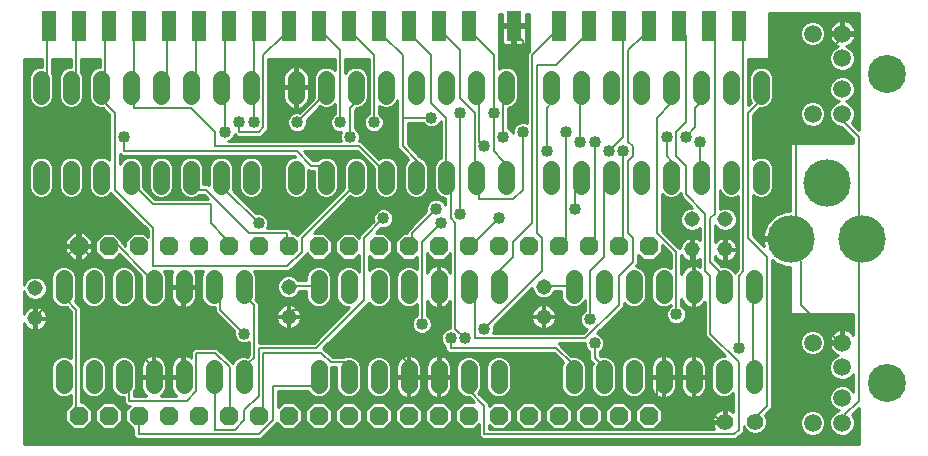
<source format=gtl>
G75*
G70*
%OFA0B0*%
%FSLAX24Y24*%
%IPPOS*%
%LPD*%
%AMOC8*
5,1,8,0,0,1.08239X$1,22.5*
%
%ADD10OC8,0.0630*%
%ADD11R,0.0500X0.1000*%
%ADD12C,0.0560*%
%ADD13C,0.0516*%
%ADD14C,0.0594*%
%ADD15C,0.1266*%
%ADD16C,0.1580*%
%ADD17C,0.0560*%
%ADD18C,0.0080*%
%ADD19C,0.0400*%
%ADD20C,0.0100*%
D10*
X002151Y001806D03*
X003151Y001806D03*
X004151Y001806D03*
X005151Y001806D03*
X006151Y001806D03*
X007151Y001806D03*
X008151Y001806D03*
X009151Y001806D03*
X010151Y001806D03*
X011151Y001806D03*
X012151Y001806D03*
X013151Y001806D03*
X014151Y001806D03*
X015151Y001806D03*
X016151Y001806D03*
X017151Y001806D03*
X018151Y001806D03*
X019151Y001806D03*
X020151Y001806D03*
X021151Y001806D03*
X021151Y007456D03*
X020151Y007456D03*
X019151Y007456D03*
X018151Y007456D03*
X017151Y007456D03*
X016151Y007456D03*
X015151Y007456D03*
X014151Y007456D03*
X013151Y007456D03*
X012151Y007456D03*
X011151Y007456D03*
X010151Y007456D03*
X009151Y007456D03*
X008151Y007456D03*
X007151Y007456D03*
X006151Y007456D03*
X005151Y007456D03*
X004151Y007456D03*
X003151Y007456D03*
X002151Y007456D03*
D11*
X002151Y014806D03*
X001151Y014806D03*
X003151Y014806D03*
X004151Y014806D03*
X005151Y014806D03*
X006151Y014806D03*
X007151Y014806D03*
X008151Y014806D03*
X009151Y014806D03*
X010151Y014806D03*
X011151Y014806D03*
X012151Y014806D03*
X013151Y014806D03*
X014151Y014806D03*
X015151Y014806D03*
X016651Y014806D03*
X018151Y014806D03*
X019151Y014806D03*
X020151Y014806D03*
X021151Y014806D03*
X022151Y014806D03*
X023151Y014806D03*
X024151Y014806D03*
D12*
X023901Y013036D02*
X023901Y012476D01*
X022901Y012476D02*
X022901Y013036D01*
X021901Y013036D02*
X021901Y012476D01*
X020901Y012476D02*
X020901Y013036D01*
X019901Y013036D02*
X019901Y012476D01*
X018901Y012476D02*
X018901Y013036D01*
X017901Y013036D02*
X017901Y012476D01*
X016401Y012476D02*
X016401Y013036D01*
X015401Y013036D02*
X015401Y012476D01*
X014401Y012476D02*
X014401Y013036D01*
X013401Y013036D02*
X013401Y012476D01*
X012401Y012476D02*
X012401Y013036D01*
X011401Y013036D02*
X011401Y012476D01*
X010401Y012476D02*
X010401Y013036D01*
X009401Y013036D02*
X009401Y012476D01*
X007901Y012476D02*
X007901Y013036D01*
X006901Y013036D02*
X006901Y012476D01*
X005901Y012476D02*
X005901Y013036D01*
X004901Y013036D02*
X004901Y012476D01*
X003901Y012476D02*
X003901Y013036D01*
X002901Y013036D02*
X002901Y012476D01*
X001901Y012476D02*
X001901Y013036D01*
X000901Y013036D02*
X000901Y012476D01*
X000901Y010036D02*
X000901Y009476D01*
X001901Y009476D02*
X001901Y010036D01*
X002901Y010036D02*
X002901Y009476D01*
X003901Y009476D02*
X003901Y010036D01*
X004901Y010036D02*
X004901Y009476D01*
X005901Y009476D02*
X005901Y010036D01*
X006901Y010036D02*
X006901Y009476D01*
X007901Y009476D02*
X007901Y010036D01*
X009401Y010036D02*
X009401Y009476D01*
X010401Y009476D02*
X010401Y010036D01*
X011401Y010036D02*
X011401Y009476D01*
X012401Y009476D02*
X012401Y010036D01*
X013401Y010036D02*
X013401Y009476D01*
X014401Y009476D02*
X014401Y010036D01*
X015401Y010036D02*
X015401Y009476D01*
X016401Y009476D02*
X016401Y010036D01*
X017901Y010036D02*
X017901Y009476D01*
X018901Y009476D02*
X018901Y010036D01*
X019901Y010036D02*
X019901Y009476D01*
X020901Y009476D02*
X020901Y010036D01*
X021901Y010036D02*
X021901Y009476D01*
X022901Y009476D02*
X022901Y010036D01*
X023901Y010036D02*
X023901Y009476D01*
X024901Y009476D02*
X024901Y010036D01*
X024901Y012476D02*
X024901Y013036D01*
X024651Y006386D02*
X024651Y005826D01*
X023651Y005826D02*
X023651Y006386D01*
X022651Y006386D02*
X022651Y005826D01*
X021651Y005826D02*
X021651Y006386D01*
X020651Y006386D02*
X020651Y005826D01*
X019651Y005826D02*
X019651Y006386D01*
X018651Y006386D02*
X018651Y005826D01*
X016151Y005826D02*
X016151Y006386D01*
X015151Y006386D02*
X015151Y005826D01*
X014151Y005826D02*
X014151Y006386D01*
X013151Y006386D02*
X013151Y005826D01*
X012151Y005826D02*
X012151Y006386D01*
X011151Y006386D02*
X011151Y005826D01*
X010151Y005826D02*
X010151Y006386D01*
X007651Y006386D02*
X007651Y005826D01*
X006651Y005826D02*
X006651Y006386D01*
X005651Y006386D02*
X005651Y005826D01*
X004651Y005826D02*
X004651Y006386D01*
X003651Y006386D02*
X003651Y005826D01*
X002651Y005826D02*
X002651Y006386D01*
X001651Y006386D02*
X001651Y005826D01*
X001651Y003386D02*
X001651Y002826D01*
X002651Y002826D02*
X002651Y003386D01*
X003651Y003386D02*
X003651Y002826D01*
X004651Y002826D02*
X004651Y003386D01*
X005651Y003386D02*
X005651Y002826D01*
X006651Y002826D02*
X006651Y003386D01*
X007651Y003386D02*
X007651Y002826D01*
X010151Y002826D02*
X010151Y003386D01*
X011151Y003386D02*
X011151Y002826D01*
X012151Y002826D02*
X012151Y003386D01*
X013151Y003386D02*
X013151Y002826D01*
X014151Y002826D02*
X014151Y003386D01*
X015151Y003386D02*
X015151Y002826D01*
X016151Y002826D02*
X016151Y003386D01*
X018651Y003386D02*
X018651Y002826D01*
X019651Y002826D02*
X019651Y003386D01*
X020651Y003386D02*
X020651Y002826D01*
X021651Y002826D02*
X021651Y003386D01*
X022651Y003386D02*
X022651Y002826D01*
X023651Y002826D02*
X023651Y003386D01*
X024651Y003386D02*
X024651Y002826D01*
D13*
X017651Y005106D03*
X017651Y006106D03*
X022601Y007356D03*
X023701Y007356D03*
X023701Y008356D03*
X022601Y008356D03*
X009151Y006106D03*
X009151Y005106D03*
X000701Y005056D03*
X000701Y006056D03*
D14*
X026620Y004244D03*
X027605Y004244D03*
X027605Y003417D03*
X027605Y002394D03*
X027605Y001567D03*
X026620Y001567D03*
X026620Y011867D03*
X027605Y011867D03*
X027605Y012694D03*
X027605Y013717D03*
X027605Y014544D03*
X026620Y014544D03*
D15*
X029101Y013206D03*
X029101Y002906D03*
D16*
X028270Y007706D03*
X025907Y007706D03*
X027089Y009556D03*
D17*
X024701Y001606D03*
X023701Y001606D03*
D18*
X023511Y001666D01*
X022711Y002466D01*
X022711Y002626D01*
X022651Y003106D01*
X022711Y003586D01*
X022711Y005666D01*
X022651Y006106D01*
X022711Y006626D01*
X022711Y007106D01*
X022601Y007356D01*
X022071Y007266D02*
X022071Y005186D01*
X023191Y004546D02*
X024151Y003586D01*
X024151Y001346D01*
X023991Y001186D01*
X015671Y001186D01*
X015671Y002146D01*
X015191Y002626D01*
X015151Y003106D01*
X014151Y003106D02*
X014231Y003586D01*
X014231Y003906D01*
X017911Y003906D01*
X017911Y002946D01*
X018551Y002306D01*
X021431Y002306D01*
X021431Y002786D01*
X021651Y003106D01*
X022651Y003106D01*
X024151Y004066D02*
X024151Y006466D01*
X024311Y006626D01*
X024311Y014466D01*
X024151Y014806D01*
X023351Y014466D02*
X023151Y014806D01*
X023351Y014466D02*
X023351Y008546D01*
X023191Y008386D01*
X023191Y006946D01*
X023511Y006626D01*
X023651Y006106D01*
X023191Y006466D02*
X023191Y004546D01*
X024631Y003586D02*
X024651Y003106D01*
X024631Y003586D02*
X024631Y005666D01*
X024651Y006106D01*
X023191Y006466D02*
X023031Y006626D01*
X023031Y008546D01*
X022391Y009186D01*
X022391Y010146D01*
X022071Y010466D01*
X022071Y011266D01*
X022391Y011586D01*
X022391Y014466D01*
X022151Y014806D01*
X021151Y014806D02*
X020951Y014466D01*
X020471Y013986D01*
X020471Y010946D01*
X020631Y010786D01*
X020631Y010466D01*
X020471Y010306D01*
X020471Y007906D01*
X020631Y007746D01*
X020631Y006946D01*
X020151Y006466D01*
X020151Y005506D01*
X019031Y004386D01*
X015351Y004386D01*
X015351Y005666D01*
X015151Y006106D01*
X014151Y006106D02*
X014231Y005666D01*
X014231Y003906D01*
X014551Y004066D02*
X014551Y004386D01*
X014551Y004066D02*
X018071Y004066D01*
X018551Y003586D01*
X018651Y003106D01*
X019351Y003746D02*
X019511Y003586D01*
X019651Y003106D01*
X019351Y003746D02*
X019351Y004226D01*
X019191Y005026D02*
X019191Y006626D01*
X019671Y007106D01*
X019671Y009346D01*
X019901Y009756D01*
X018901Y009756D02*
X018711Y009346D01*
X018711Y008706D01*
X017271Y008226D02*
X016631Y007586D01*
X016631Y007106D01*
X016151Y006626D01*
X016151Y006106D01*
X015671Y004706D02*
X017591Y006626D01*
X017591Y007746D01*
X017431Y007906D01*
X017431Y013506D01*
X018071Y013506D01*
X019031Y014466D01*
X019151Y014806D01*
X018151Y014806D02*
X017911Y014466D01*
X017271Y013826D01*
X017271Y008226D01*
X016151Y008386D02*
X015351Y007586D01*
X015151Y007456D01*
X014711Y008226D02*
X014551Y008386D01*
X014551Y009346D01*
X014401Y009756D01*
X014391Y010306D01*
X014391Y011746D01*
X013911Y012226D01*
X013911Y013826D01*
X013271Y014466D01*
X013151Y014806D01*
X012311Y014466D02*
X012151Y014806D01*
X012311Y014466D02*
X012951Y013826D01*
X012951Y011746D01*
X013911Y011746D01*
X012951Y011746D02*
X012951Y010786D01*
X013431Y010306D01*
X013401Y009756D01*
X012401Y009756D02*
X012151Y010146D01*
X011511Y010786D01*
X006711Y010786D01*
X006711Y011266D01*
X005911Y012066D01*
X003991Y012066D01*
X003991Y012226D01*
X003901Y012756D01*
X003991Y013186D01*
X003991Y014466D01*
X004151Y014806D01*
X005151Y014806D02*
X005111Y014466D01*
X005111Y013186D01*
X004901Y012756D01*
X005901Y012756D02*
X006071Y013186D01*
X006071Y014466D01*
X006151Y014806D01*
X007031Y014466D02*
X007151Y014806D01*
X007031Y014466D02*
X007031Y013186D01*
X006901Y012756D01*
X007031Y012226D01*
X007031Y011266D01*
X007511Y011266D02*
X007511Y011586D01*
X007511Y011266D02*
X008151Y011266D01*
X008311Y011426D01*
X008311Y013826D01*
X008951Y014466D01*
X009151Y014806D01*
X008151Y014806D02*
X007991Y014466D01*
X007991Y013186D01*
X007901Y012756D01*
X007991Y012226D01*
X007991Y011586D01*
X009431Y011586D02*
X010231Y012386D01*
X010401Y012756D01*
X011401Y012756D02*
X011351Y012226D01*
X011191Y012066D01*
X011191Y011106D01*
X010871Y011586D02*
X010871Y013986D01*
X010391Y014466D01*
X010151Y014806D01*
X011151Y014806D02*
X011351Y014466D01*
X011991Y013826D01*
X011991Y011586D01*
X009911Y010146D02*
X009431Y010626D01*
X003671Y010626D01*
X003671Y011106D01*
X003351Y011906D02*
X003031Y012226D01*
X002901Y012756D01*
X003031Y013186D01*
X003031Y014466D01*
X003151Y014806D01*
X002151Y014806D02*
X002071Y014466D01*
X002071Y013186D01*
X001901Y012756D01*
X001111Y013186D02*
X000901Y012756D01*
X001111Y013186D02*
X001111Y014466D01*
X001151Y014806D01*
X003351Y011906D02*
X003351Y009346D01*
X004631Y008066D01*
X004631Y006786D01*
X009111Y006786D01*
X009591Y007266D01*
X009591Y007746D01*
X011191Y009346D01*
X011401Y009756D01*
X010401Y009756D02*
X010231Y010146D01*
X009911Y010146D01*
X011671Y008706D02*
X012631Y008706D01*
X012631Y004066D01*
X013111Y003586D01*
X013151Y003106D01*
X014151Y003106D01*
X015031Y004386D02*
X014711Y004706D01*
X014711Y008226D01*
X014871Y008546D02*
X014871Y011906D01*
X015351Y011906D02*
X014871Y012386D01*
X014871Y013986D01*
X014391Y014466D01*
X014151Y014806D01*
X015151Y014806D02*
X015351Y014466D01*
X015991Y013826D01*
X015991Y011906D01*
X015991Y010626D01*
X016311Y010306D01*
X016401Y009756D01*
X016951Y009346D02*
X016631Y009026D01*
X015511Y009026D01*
X015511Y009346D01*
X015401Y009756D01*
X015351Y010306D01*
X015351Y011906D01*
X015511Y012226D02*
X015401Y012756D01*
X016401Y012756D02*
X016311Y012226D01*
X016311Y011106D01*
X016951Y011266D02*
X016951Y009346D01*
X017751Y010626D02*
X017751Y012066D01*
X017911Y012226D01*
X017901Y012756D01*
X018901Y012756D02*
X018871Y012226D01*
X018871Y010946D01*
X019351Y010946D02*
X019351Y007586D01*
X019151Y007456D01*
X018391Y007586D02*
X018151Y007456D01*
X018391Y007586D02*
X018391Y011266D01*
X016951Y011746D02*
X016951Y014306D01*
X016791Y014466D01*
X016651Y014806D01*
X020151Y014806D02*
X020311Y014466D01*
X020311Y011106D01*
X019831Y010626D01*
X020311Y010626D02*
X020311Y007586D01*
X020151Y007456D01*
X021431Y007906D02*
X022071Y007266D01*
X021431Y007906D02*
X021431Y011746D01*
X021911Y012226D01*
X021901Y012756D01*
X022901Y012756D02*
X022871Y012226D01*
X022711Y012066D01*
X022711Y011426D01*
X022391Y011106D01*
X022871Y010946D02*
X022871Y010306D01*
X022901Y009756D01*
X021901Y009756D02*
X021911Y010306D01*
X021751Y010466D01*
X021751Y011106D01*
X024471Y011906D02*
X024791Y012226D01*
X024901Y012756D01*
X026071Y012866D02*
X026071Y008386D01*
X025907Y007706D01*
X026231Y006946D01*
X026231Y005506D01*
X027351Y004386D01*
X027605Y004244D01*
X028151Y002306D02*
X028151Y006946D01*
X028270Y007706D01*
X028151Y008386D01*
X028151Y011106D01*
X027671Y011586D01*
X027605Y011867D01*
X026071Y012866D02*
X027511Y014306D01*
X027605Y014544D01*
X024471Y011906D02*
X024471Y007746D01*
X025111Y007106D01*
X025111Y002146D01*
X024791Y001826D01*
X024701Y001606D01*
X027605Y001567D02*
X027671Y001826D01*
X028151Y002306D01*
X018651Y006106D02*
X018391Y006146D01*
X017751Y006146D01*
X017651Y006106D01*
X014231Y008226D02*
X013591Y007586D01*
X013591Y004866D01*
X011671Y005666D02*
X010071Y004066D01*
X008151Y004066D01*
X008151Y002466D01*
X007671Y001986D01*
X007671Y001666D01*
X007351Y001346D01*
X006711Y001346D01*
X006711Y002626D01*
X006651Y003106D01*
X007191Y003426D02*
X006711Y003906D01*
X006071Y003906D01*
X006071Y002626D01*
X005751Y002306D01*
X003831Y002306D01*
X003831Y002626D01*
X003651Y003106D01*
X004471Y003586D02*
X004651Y003106D01*
X005651Y003106D01*
X005591Y003586D01*
X005591Y005666D01*
X005651Y006106D01*
X004651Y006106D02*
X004471Y006466D01*
X003351Y007586D01*
X003151Y007456D01*
X002391Y007266D02*
X002151Y007456D01*
X001911Y007266D01*
X001111Y006466D01*
X001111Y005506D01*
X000791Y005186D01*
X000701Y005056D01*
X001751Y005666D02*
X001651Y006106D01*
X001751Y005666D02*
X002071Y005346D01*
X002071Y001986D01*
X002151Y001806D01*
X004151Y001806D02*
X004151Y001186D01*
X008151Y001186D01*
X008631Y001666D01*
X008631Y002786D01*
X009911Y002786D01*
X010151Y003106D01*
X010551Y003586D02*
X010231Y003906D01*
X008311Y003906D01*
X008311Y001986D01*
X008151Y001806D01*
X007191Y001986D02*
X007151Y001806D01*
X007191Y001986D02*
X007191Y003426D01*
X007651Y003106D02*
X007831Y003586D01*
X007991Y003746D01*
X007991Y005506D01*
X007831Y005666D01*
X007651Y006106D01*
X006871Y005666D02*
X006651Y006106D01*
X006871Y005666D02*
X006871Y005346D01*
X007671Y004546D01*
X009151Y005106D02*
X009271Y005346D01*
X010711Y005346D01*
X010711Y007746D01*
X011671Y008706D01*
X012311Y008386D02*
X011671Y007746D01*
X011671Y005666D01*
X010151Y006106D02*
X009911Y006146D01*
X009271Y006146D01*
X009151Y006106D01*
X009151Y007456D02*
X009111Y007746D01*
X009111Y007906D01*
X007831Y007906D01*
X006391Y009346D01*
X006071Y009346D01*
X005901Y009756D01*
X006901Y009756D02*
X007031Y009346D01*
X008151Y008226D01*
X007031Y007746D02*
X007151Y007456D01*
X007031Y007746D02*
X006551Y008226D01*
X006551Y008866D01*
X004631Y008866D01*
X004151Y009346D01*
X003901Y009756D01*
X002391Y007266D02*
X003191Y006466D01*
X003191Y004866D01*
X004471Y003586D01*
X010551Y003586D02*
X011031Y003586D01*
X011151Y003106D01*
X013151Y007456D02*
X013271Y007746D01*
X013271Y007906D01*
X014071Y008706D01*
X015671Y010786D02*
X015511Y010946D01*
X015511Y012226D01*
D19*
X015991Y011906D03*
X016951Y011746D03*
X016951Y011266D03*
X016311Y011106D03*
X015671Y010786D03*
X013911Y011746D03*
X014871Y011906D03*
X011991Y011586D03*
X011191Y011106D03*
X010871Y011586D03*
X009431Y011586D03*
X007991Y011586D03*
X007511Y011586D03*
X007031Y011266D03*
X003671Y011106D03*
X008151Y008226D03*
X012311Y008386D03*
X014071Y008706D03*
X014871Y008546D03*
X014231Y008226D03*
X016151Y008386D03*
X018711Y008706D03*
X017751Y010626D03*
X018391Y011266D03*
X018871Y010946D03*
X019351Y010946D03*
X019831Y010626D03*
X020311Y010626D03*
X021751Y011106D03*
X022391Y011106D03*
X022871Y010946D03*
X022071Y005186D03*
X024151Y004066D03*
X019351Y004226D03*
X019191Y005026D03*
X015671Y004706D03*
X015031Y004386D03*
X014551Y004386D03*
X013591Y004866D03*
X007671Y004546D03*
D20*
X000321Y004907D02*
X000321Y000875D01*
X028151Y000875D01*
X028151Y002065D01*
X027931Y001845D01*
X027967Y001809D01*
X028032Y001652D01*
X028032Y001482D01*
X027967Y001325D01*
X027847Y001205D01*
X027690Y001140D01*
X027520Y001140D01*
X027363Y001205D01*
X027243Y001325D01*
X027178Y001482D01*
X027178Y001652D01*
X027243Y001809D01*
X027363Y001929D01*
X027487Y001980D01*
X027363Y002032D01*
X027243Y002152D01*
X027178Y002309D01*
X027178Y002479D01*
X025281Y002479D01*
X025281Y002381D02*
X027178Y002381D01*
X027178Y002479D02*
X027243Y002636D01*
X027363Y002756D01*
X027520Y002821D01*
X027690Y002821D01*
X027847Y002756D01*
X027967Y002636D01*
X027981Y002601D01*
X027981Y003210D01*
X027967Y003175D01*
X027847Y003055D01*
X027690Y002990D01*
X027520Y002990D01*
X027363Y003055D01*
X027243Y003175D01*
X027178Y003332D01*
X027178Y003502D01*
X027243Y003659D01*
X027363Y003779D01*
X027460Y003820D01*
X027351Y003865D01*
X027226Y003991D01*
X027158Y004155D01*
X027158Y004205D01*
X027566Y004205D01*
X027566Y004283D01*
X027566Y004691D01*
X027516Y004691D01*
X027351Y004623D01*
X027226Y004497D01*
X027158Y004333D01*
X027158Y004283D01*
X027566Y004283D01*
X027643Y004283D01*
X027643Y004691D01*
X027694Y004691D01*
X027858Y004623D01*
X027981Y004500D01*
X027981Y005206D01*
X025851Y005206D01*
X025851Y006766D01*
X025720Y006766D01*
X025375Y006909D01*
X025281Y007003D01*
X025281Y002075D01*
X025182Y001976D01*
X025046Y001840D01*
X025049Y001838D01*
X025111Y001687D01*
X025111Y001524D01*
X025049Y001373D01*
X024933Y001258D01*
X024783Y001196D01*
X024620Y001196D01*
X024469Y001258D01*
X024354Y001373D01*
X024321Y001452D01*
X024321Y001416D01*
X024321Y001275D01*
X024161Y001115D01*
X024062Y001016D01*
X015742Y001016D01*
X015601Y001016D01*
X015501Y001115D01*
X015501Y001526D01*
X015335Y001361D01*
X014967Y001361D01*
X014706Y001621D01*
X014706Y001990D01*
X014967Y002250D01*
X015326Y002250D01*
X015161Y002416D01*
X015070Y002416D01*
X014919Y002478D01*
X014804Y002593D01*
X014741Y002744D01*
X014741Y003467D01*
X014804Y003618D01*
X014919Y003733D01*
X015070Y003795D01*
X015233Y003795D01*
X015383Y003733D01*
X015499Y003618D01*
X015561Y003467D01*
X015561Y002744D01*
X015499Y002593D01*
X015481Y002576D01*
X015841Y002216D01*
X015841Y002125D01*
X015967Y002250D01*
X016335Y002250D01*
X016596Y001990D01*
X016596Y001621D01*
X016335Y001361D01*
X015967Y001361D01*
X015841Y001486D01*
X015841Y001355D01*
X023343Y001355D01*
X023337Y001362D01*
X023271Y001520D01*
X023271Y001575D01*
X023671Y001575D01*
X023671Y001636D01*
X023671Y002035D01*
X023616Y002035D01*
X023458Y001970D01*
X023337Y001849D01*
X023271Y001691D01*
X021596Y001691D01*
X021596Y001621D02*
X021335Y001361D01*
X020967Y001361D01*
X020706Y001621D01*
X020706Y001990D01*
X020967Y002250D01*
X021335Y002250D01*
X021596Y001990D01*
X021596Y001621D01*
X021567Y001592D02*
X023671Y001592D01*
X023671Y001636D02*
X023271Y001636D01*
X023271Y001691D01*
X023312Y001789D02*
X021596Y001789D01*
X021596Y001888D02*
X023376Y001888D01*
X023498Y001987D02*
X021596Y001987D01*
X021501Y002085D02*
X023981Y002085D01*
X023981Y001987D02*
X023905Y001987D01*
X023945Y001970D02*
X023787Y002035D01*
X023731Y002035D01*
X023731Y001636D01*
X023671Y001636D01*
X023671Y001691D02*
X023731Y001691D01*
X023731Y001789D02*
X023671Y001789D01*
X023671Y001888D02*
X023731Y001888D01*
X023731Y001987D02*
X023671Y001987D01*
X023945Y001970D02*
X023981Y001934D01*
X023981Y002576D01*
X023883Y002478D01*
X023733Y002416D01*
X023570Y002416D01*
X023419Y002478D01*
X023304Y002593D01*
X023241Y002744D01*
X023241Y003467D01*
X023304Y003618D01*
X023419Y003733D01*
X023570Y003795D01*
X023701Y003795D01*
X023021Y004475D01*
X023021Y004616D01*
X023021Y005595D01*
X023016Y005582D01*
X022895Y005461D01*
X022737Y005396D01*
X022681Y005396D01*
X022681Y006075D01*
X022621Y006075D01*
X022621Y005396D01*
X022566Y005396D01*
X022408Y005461D01*
X022287Y005582D01*
X022241Y005692D01*
X022241Y005472D01*
X022258Y005465D01*
X022351Y005372D01*
X022401Y005251D01*
X022401Y005120D01*
X022351Y004999D01*
X022258Y004906D01*
X022137Y004856D01*
X022006Y004856D01*
X021884Y004906D01*
X021791Y004999D01*
X021741Y005120D01*
X021741Y005251D01*
X021791Y005372D01*
X021884Y005465D01*
X021901Y005472D01*
X021901Y005496D01*
X021883Y005478D01*
X021733Y005416D01*
X021570Y005416D01*
X021419Y005478D01*
X021304Y005593D01*
X021241Y005744D01*
X021241Y006467D01*
X021304Y006618D01*
X020998Y006618D01*
X020999Y006618D02*
X020883Y006733D01*
X020733Y006795D01*
X020721Y006795D01*
X020801Y006875D01*
X020801Y007016D01*
X020801Y007176D01*
X020967Y007011D01*
X021335Y007011D01*
X021596Y007271D01*
X021596Y007500D01*
X021901Y007195D01*
X021901Y006715D01*
X021883Y006733D01*
X021733Y006795D01*
X021570Y006795D01*
X021419Y006733D01*
X021304Y006618D01*
X021263Y006520D02*
X021039Y006520D01*
X021061Y006467D02*
X020999Y006618D01*
X020900Y006717D02*
X021403Y006717D01*
X021061Y006467D02*
X021061Y005744D01*
X020999Y005593D01*
X020883Y005478D01*
X020733Y005416D01*
X020570Y005416D01*
X020419Y005478D01*
X020321Y005576D01*
X020321Y005435D01*
X019434Y004548D01*
X019538Y004505D01*
X019631Y004412D01*
X019681Y004291D01*
X019681Y004160D01*
X019631Y004039D01*
X019538Y003946D01*
X019521Y003939D01*
X019521Y003816D01*
X019550Y003787D01*
X019570Y003795D01*
X019733Y003795D01*
X019883Y003733D01*
X019999Y003618D01*
X020061Y003467D01*
X020061Y002744D01*
X019999Y002593D01*
X019883Y002478D01*
X019733Y002416D01*
X019570Y002416D01*
X019419Y002478D01*
X019304Y002593D01*
X019241Y002744D01*
X019241Y003467D01*
X019285Y003572D01*
X019281Y003576D01*
X019181Y003675D01*
X019181Y003939D01*
X019164Y003946D01*
X019071Y004039D01*
X019021Y004160D01*
X019021Y004216D01*
X018161Y004216D01*
X018241Y004136D01*
X018582Y003795D01*
X018733Y003795D01*
X018883Y003733D01*
X018999Y003618D01*
X019061Y003467D01*
X019061Y002744D01*
X018999Y002593D01*
X018883Y002478D01*
X018733Y002416D01*
X018570Y002416D01*
X018419Y002478D01*
X018304Y002593D01*
X018241Y002744D01*
X018241Y003467D01*
X018296Y003600D01*
X018001Y003896D01*
X014622Y003896D01*
X014481Y003896D01*
X014381Y003995D01*
X014381Y004099D01*
X014364Y004106D01*
X014271Y004199D01*
X014221Y004320D01*
X014221Y004451D01*
X014271Y004572D01*
X014364Y004665D01*
X014486Y004715D01*
X014541Y004715D01*
X014541Y005644D01*
X014516Y005582D01*
X014395Y005461D01*
X014237Y005396D01*
X014181Y005396D01*
X014181Y006075D01*
X014121Y006075D01*
X014121Y005396D01*
X014066Y005396D01*
X013908Y005461D01*
X013787Y005582D01*
X013761Y005644D01*
X013761Y005152D01*
X013778Y005145D01*
X013871Y005052D01*
X013921Y004931D01*
X013921Y004800D01*
X013871Y004679D01*
X013778Y004586D01*
X013657Y004536D01*
X013526Y004536D01*
X013404Y004586D01*
X013311Y004679D01*
X013261Y004800D01*
X013261Y004931D01*
X013311Y005052D01*
X013404Y005145D01*
X013421Y005152D01*
X013421Y005516D01*
X013383Y005478D01*
X013233Y005416D01*
X013070Y005416D01*
X012919Y005478D01*
X012804Y005593D01*
X012741Y005744D01*
X012741Y006467D01*
X012804Y006618D01*
X012498Y006618D01*
X012499Y006618D02*
X012383Y006733D01*
X012233Y006795D01*
X012070Y006795D01*
X011919Y006733D01*
X011841Y006655D01*
X011841Y007136D01*
X011967Y007011D01*
X012335Y007011D01*
X012596Y007271D01*
X012596Y007640D01*
X012335Y007900D01*
X012066Y007900D01*
X012229Y008063D01*
X012246Y008056D01*
X012377Y008056D01*
X012498Y008106D01*
X012591Y008199D01*
X012641Y008320D01*
X012641Y008451D01*
X012591Y008572D01*
X012498Y008665D01*
X012377Y008715D01*
X012246Y008715D01*
X012124Y008665D01*
X012031Y008572D01*
X011981Y008451D01*
X011981Y008320D01*
X011988Y008303D01*
X011601Y007915D01*
X011501Y007816D01*
X011501Y007735D01*
X011335Y007900D01*
X010967Y007900D01*
X010706Y007640D01*
X010706Y007271D01*
X010967Y007011D01*
X011335Y007011D01*
X011501Y007176D01*
X011501Y006612D01*
X011499Y006618D01*
X011383Y006733D01*
X011233Y006795D01*
X011070Y006795D01*
X010919Y006733D01*
X010804Y006618D01*
X010498Y006618D01*
X010499Y006618D02*
X010383Y006733D01*
X010233Y006795D01*
X010070Y006795D01*
X009919Y006733D01*
X009804Y006618D01*
X009184Y006618D01*
X009182Y006616D02*
X009761Y007195D01*
X009761Y007216D01*
X009967Y007011D01*
X010335Y007011D01*
X010596Y007271D01*
X010596Y007640D01*
X010335Y007900D01*
X009986Y007900D01*
X011201Y009115D01*
X011320Y009066D01*
X011483Y009066D01*
X011633Y009128D01*
X011749Y009243D01*
X011811Y009394D01*
X011811Y010117D01*
X011749Y010268D01*
X011633Y010383D01*
X011483Y010445D01*
X011320Y010445D01*
X011169Y010383D01*
X011054Y010268D01*
X010991Y010117D01*
X010991Y009394D01*
X010994Y009388D01*
X009521Y007915D01*
X009421Y007816D01*
X009421Y007815D01*
X009335Y007900D01*
X009281Y007900D01*
X009281Y007976D01*
X009182Y008075D01*
X009041Y008075D01*
X008446Y008075D01*
X008481Y008160D01*
X008481Y008291D01*
X008431Y008412D01*
X008338Y008505D01*
X008217Y008555D01*
X008086Y008555D01*
X008069Y008548D01*
X007285Y009332D01*
X007311Y009394D01*
X007311Y010117D01*
X007249Y010268D01*
X007133Y010383D01*
X006983Y010445D01*
X006820Y010445D01*
X006669Y010383D01*
X006554Y010268D01*
X006491Y010117D01*
X006491Y009486D01*
X006462Y009515D01*
X006321Y009515D01*
X006311Y009515D01*
X006311Y010117D01*
X006249Y010268D01*
X006133Y010383D01*
X005983Y010445D01*
X005820Y010445D01*
X005669Y010383D01*
X005554Y010268D01*
X005491Y010117D01*
X005491Y009394D01*
X005554Y009243D01*
X005669Y009128D01*
X005820Y009066D01*
X005983Y009066D01*
X006133Y009128D01*
X006181Y009176D01*
X006321Y009176D01*
X006461Y009035D01*
X004702Y009035D01*
X004311Y009426D01*
X004311Y010117D01*
X004249Y010268D01*
X004133Y010383D01*
X003983Y010445D01*
X003820Y010445D01*
X003669Y010383D01*
X003554Y010268D01*
X003521Y010189D01*
X003521Y010535D01*
X003601Y010456D01*
X003742Y010456D01*
X009361Y010456D01*
X009371Y010445D01*
X009320Y010445D01*
X009169Y010383D01*
X009054Y010268D01*
X008991Y010117D01*
X008991Y009394D01*
X009054Y009243D01*
X009169Y009128D01*
X009320Y009066D01*
X009483Y009066D01*
X009633Y009128D01*
X009749Y009243D01*
X009811Y009394D01*
X009811Y010005D01*
X009841Y009976D01*
X009982Y009976D01*
X009991Y009976D01*
X009991Y009394D01*
X010054Y009243D01*
X010169Y009128D01*
X010320Y009066D01*
X010483Y009066D01*
X010633Y009128D01*
X010749Y009243D01*
X010811Y009394D01*
X010811Y010117D01*
X010749Y010268D01*
X010633Y010383D01*
X010483Y010445D01*
X010320Y010445D01*
X010169Y010383D01*
X010101Y010315D01*
X009982Y010315D01*
X009681Y010616D01*
X011441Y010616D01*
X011991Y010065D01*
X011991Y009394D01*
X012054Y009243D01*
X012169Y009128D01*
X012320Y009066D01*
X012483Y009066D01*
X012633Y009128D01*
X012749Y009243D01*
X012811Y009394D01*
X012811Y010117D01*
X012749Y010268D01*
X012633Y010383D01*
X012483Y010445D01*
X012320Y010445D01*
X012169Y010383D01*
X012161Y010376D01*
X011681Y010856D01*
X011582Y010955D01*
X011486Y010955D01*
X011521Y011040D01*
X011521Y011171D01*
X011471Y011292D01*
X011378Y011385D01*
X011361Y011392D01*
X011361Y011995D01*
X011432Y012066D01*
X011483Y012066D01*
X011633Y012128D01*
X011749Y012243D01*
X011811Y012394D01*
X011811Y013117D01*
X011749Y013268D01*
X011633Y013383D01*
X011483Y013445D01*
X011320Y013445D01*
X011169Y013383D01*
X011054Y013268D01*
X011041Y013238D01*
X011041Y013706D01*
X011821Y013706D01*
X011821Y011872D01*
X011804Y011865D01*
X011711Y011772D01*
X011661Y011651D01*
X011661Y011520D01*
X011711Y011399D01*
X011804Y011306D01*
X011926Y011256D01*
X012057Y011256D01*
X012178Y011306D01*
X012271Y011399D01*
X012321Y011520D01*
X012321Y011651D01*
X012271Y011772D01*
X012178Y011865D01*
X012161Y011872D01*
X012161Y012136D01*
X012169Y012128D01*
X012320Y012066D01*
X012483Y012066D01*
X012633Y012128D01*
X012749Y012243D01*
X012781Y012322D01*
X012781Y011816D01*
X012781Y011675D01*
X012781Y010856D01*
X012781Y010715D01*
X013141Y010355D01*
X013054Y010268D01*
X012991Y010117D01*
X012991Y009394D01*
X013054Y009243D01*
X013169Y009128D01*
X013320Y009066D01*
X013483Y009066D01*
X013633Y009128D01*
X013749Y009243D01*
X013811Y009394D01*
X013811Y010117D01*
X013749Y010268D01*
X013633Y010383D01*
X013566Y010411D01*
X013555Y010422D01*
X013511Y010471D01*
X013505Y010472D01*
X013121Y010856D01*
X013121Y011576D01*
X013624Y011576D01*
X013631Y011559D01*
X013724Y011466D01*
X013846Y011416D01*
X013977Y011416D01*
X014098Y011466D01*
X014191Y011559D01*
X014221Y011632D01*
X014221Y010405D01*
X014169Y010383D01*
X014054Y010268D01*
X013991Y010117D01*
X013991Y009394D01*
X014054Y009243D01*
X014169Y009128D01*
X014320Y009066D01*
X014381Y009066D01*
X014381Y008819D01*
X014351Y008892D01*
X014258Y008985D01*
X014137Y009035D01*
X014006Y009035D01*
X013884Y008985D01*
X013791Y008892D01*
X013741Y008771D01*
X013741Y008640D01*
X013748Y008623D01*
X013201Y008075D01*
X013101Y007976D01*
X013101Y007900D01*
X012967Y007900D01*
X012706Y007640D01*
X012706Y007271D01*
X012967Y007011D01*
X013335Y007011D01*
X013421Y007096D01*
X013421Y006695D01*
X013383Y006733D01*
X013233Y006795D01*
X013070Y006795D01*
X012919Y006733D01*
X012804Y006618D01*
X012763Y006520D02*
X012539Y006520D01*
X012561Y006467D02*
X012499Y006618D01*
X012400Y006717D02*
X012903Y006717D01*
X012561Y006467D02*
X012561Y005744D01*
X012499Y005593D01*
X012383Y005478D01*
X012233Y005416D01*
X012070Y005416D01*
X011919Y005478D01*
X011821Y005575D01*
X010312Y004066D01*
X010401Y003976D01*
X010622Y003755D01*
X010973Y003755D01*
X011070Y003795D01*
X011233Y003795D01*
X011383Y003733D01*
X011499Y003618D01*
X011561Y003467D01*
X011561Y002744D01*
X011499Y002593D01*
X011383Y002478D01*
X011233Y002416D01*
X011070Y002416D01*
X010919Y002478D01*
X010804Y002593D01*
X010741Y002744D01*
X010741Y003416D01*
X010622Y003416D01*
X010561Y003416D01*
X010561Y002744D01*
X010499Y002593D01*
X010383Y002478D01*
X010233Y002416D01*
X010070Y002416D01*
X009919Y002478D01*
X009804Y002593D01*
X009794Y002616D01*
X008801Y002616D01*
X008801Y002085D01*
X008802Y002085D01*
X008801Y002085D02*
X008967Y002250D01*
X009335Y002250D01*
X009596Y001990D01*
X009596Y001621D01*
X009335Y001361D01*
X008967Y001361D01*
X008767Y001561D01*
X008321Y001115D01*
X008222Y001016D01*
X004222Y001016D01*
X004081Y001016D01*
X003981Y001115D01*
X003981Y001361D01*
X003967Y001361D01*
X003706Y001621D01*
X003706Y001990D01*
X003852Y002136D01*
X003761Y002136D01*
X003661Y002235D01*
X003661Y002416D01*
X003570Y002416D01*
X003419Y002478D01*
X003304Y002593D01*
X003241Y002744D01*
X003241Y003467D01*
X003304Y003618D01*
X003419Y003733D01*
X003570Y003795D01*
X003733Y003795D01*
X003883Y003733D01*
X003999Y003618D01*
X004061Y003467D01*
X004061Y002744D01*
X004012Y002626D01*
X004015Y002619D01*
X004001Y002589D01*
X004001Y002475D01*
X004393Y002475D01*
X004287Y002582D01*
X004221Y002740D01*
X004221Y003075D01*
X004621Y003075D01*
X004621Y003136D01*
X004621Y003815D01*
X004566Y003815D01*
X004408Y003750D01*
X004287Y003629D01*
X004221Y003471D01*
X004221Y003136D01*
X004621Y003136D01*
X004681Y003136D01*
X004681Y003815D01*
X004737Y003815D01*
X004895Y003750D01*
X005016Y003629D01*
X005081Y003471D01*
X005081Y003136D01*
X004681Y003136D01*
X004681Y003075D01*
X005081Y003075D01*
X005081Y002740D01*
X005016Y002582D01*
X004909Y002475D01*
X005393Y002475D01*
X005287Y002582D01*
X005221Y002740D01*
X005221Y003075D01*
X005621Y003075D01*
X005621Y003136D01*
X005621Y003815D01*
X005566Y003815D01*
X005408Y003750D01*
X005287Y003629D01*
X005221Y003471D01*
X005221Y003136D01*
X005621Y003136D01*
X005681Y003136D01*
X005681Y003815D01*
X005737Y003815D01*
X005895Y003750D01*
X005901Y003744D01*
X005901Y003976D01*
X006001Y004075D01*
X006142Y004075D01*
X006782Y004075D01*
X006881Y003976D01*
X007285Y003572D01*
X007304Y003618D01*
X007419Y003733D01*
X007570Y003795D01*
X007733Y003795D01*
X007781Y003776D01*
X007821Y003816D01*
X007821Y004250D01*
X007737Y004216D01*
X007606Y004216D01*
X007484Y004266D01*
X007391Y004359D01*
X007341Y004480D01*
X007341Y004611D01*
X007348Y004628D01*
X006801Y005176D01*
X006701Y005275D01*
X006701Y005416D01*
X006570Y005416D01*
X006419Y005478D01*
X006304Y005593D01*
X006241Y005744D01*
X006241Y006467D01*
X006303Y006616D01*
X006021Y006616D01*
X006081Y006471D01*
X006081Y006136D01*
X005681Y006136D01*
X005681Y006075D01*
X005681Y005396D01*
X005737Y005396D01*
X005895Y005461D01*
X006016Y005582D01*
X006081Y005740D01*
X006081Y006075D01*
X005681Y006075D01*
X005621Y006075D01*
X005621Y005396D01*
X005566Y005396D01*
X005408Y005461D01*
X005287Y005582D01*
X005221Y005740D01*
X005221Y006075D01*
X005621Y006075D01*
X005621Y006136D01*
X005221Y006136D01*
X005221Y006471D01*
X005281Y006616D01*
X005000Y006616D01*
X005061Y006467D01*
X005061Y005744D01*
X004999Y005593D01*
X004883Y005478D01*
X004733Y005416D01*
X004570Y005416D01*
X004419Y005478D01*
X004304Y005593D01*
X004241Y005744D01*
X004241Y006455D01*
X003511Y007186D01*
X003335Y007011D01*
X002967Y007011D01*
X002706Y007271D01*
X002706Y007640D01*
X002967Y007900D01*
X003335Y007900D01*
X003596Y007640D01*
X003596Y007581D01*
X003706Y007471D01*
X003706Y007640D01*
X003967Y007900D01*
X004335Y007900D01*
X004461Y007775D01*
X004461Y007995D01*
X003281Y009176D01*
X003231Y009225D01*
X003133Y009128D01*
X002983Y009066D01*
X002820Y009066D01*
X002669Y009128D01*
X002554Y009243D01*
X002491Y009394D01*
X002491Y010117D01*
X002554Y010268D01*
X002669Y010383D01*
X002820Y010445D01*
X002983Y010445D01*
X003133Y010383D01*
X003181Y010335D01*
X003181Y011835D01*
X002951Y012066D01*
X002820Y012066D01*
X002669Y012128D01*
X002554Y012243D01*
X002491Y012394D01*
X002491Y013117D01*
X002554Y013268D01*
X002669Y013383D01*
X002820Y013445D01*
X002861Y013445D01*
X002861Y013706D01*
X002241Y013706D01*
X002241Y013275D01*
X002249Y013268D01*
X002311Y013117D01*
X002311Y012394D01*
X002249Y012243D01*
X002133Y012128D01*
X001983Y012066D01*
X001820Y012066D01*
X001669Y012128D01*
X001554Y012243D01*
X001491Y012394D01*
X001491Y013117D01*
X001554Y013268D01*
X001669Y013383D01*
X001820Y013445D01*
X001901Y013445D01*
X001901Y013706D01*
X001281Y013706D01*
X001281Y013214D01*
X001295Y013174D01*
X001291Y013166D01*
X001311Y013117D01*
X001311Y012394D01*
X001249Y012243D01*
X001133Y012128D01*
X000983Y012066D01*
X000820Y012066D01*
X000669Y012128D01*
X000554Y012243D01*
X000491Y012394D01*
X000491Y013117D01*
X000554Y013268D01*
X000669Y013383D01*
X000820Y013445D01*
X000941Y013445D01*
X000941Y013706D01*
X000321Y013706D01*
X000321Y006151D01*
X000372Y006275D01*
X000481Y006384D01*
X000624Y006443D01*
X000778Y006443D01*
X000921Y006384D01*
X001030Y006275D01*
X001089Y006133D01*
X001089Y005978D01*
X001030Y005836D01*
X000921Y005727D01*
X000778Y005668D01*
X000624Y005668D01*
X000481Y005727D01*
X000372Y005836D01*
X000321Y005960D01*
X000321Y005204D01*
X000355Y005286D01*
X000470Y005401D01*
X000620Y005463D01*
X000682Y005463D01*
X000682Y005075D01*
X000720Y005075D01*
X000720Y005463D01*
X000782Y005463D01*
X000932Y005401D01*
X001047Y005286D01*
X001109Y005137D01*
X001109Y005074D01*
X000720Y005074D01*
X000720Y005037D01*
X001109Y005037D01*
X001109Y004974D01*
X001047Y004824D01*
X000932Y004710D01*
X000782Y004648D01*
X000720Y004648D01*
X000720Y005036D01*
X000682Y005036D01*
X000682Y004648D01*
X000620Y004648D01*
X000470Y004710D01*
X000355Y004824D01*
X000321Y004907D01*
X000321Y004844D02*
X000347Y004844D01*
X000321Y004746D02*
X000434Y004746D01*
X000321Y004647D02*
X001901Y004647D01*
X001901Y004549D02*
X000321Y004549D01*
X000321Y004450D02*
X001901Y004450D01*
X001901Y004352D02*
X000321Y004352D01*
X000321Y004253D02*
X001901Y004253D01*
X001901Y004155D02*
X000321Y004155D01*
X000321Y004056D02*
X001901Y004056D01*
X001901Y003957D02*
X000321Y003957D01*
X000321Y003859D02*
X001901Y003859D01*
X001901Y003760D02*
X001818Y003760D01*
X001883Y003733D02*
X001733Y003795D01*
X001570Y003795D01*
X001419Y003733D01*
X001304Y003618D01*
X001241Y003467D01*
X001241Y002744D01*
X001304Y002593D01*
X001419Y002478D01*
X001570Y002416D01*
X001733Y002416D01*
X001883Y002478D01*
X001901Y002496D01*
X001901Y002185D01*
X001706Y001990D01*
X001706Y001621D01*
X001967Y001361D01*
X002335Y001361D01*
X002596Y001621D01*
X002596Y001990D01*
X002335Y002250D01*
X002241Y002250D01*
X002241Y005275D01*
X002241Y005416D01*
X002018Y005639D01*
X002061Y005744D01*
X002061Y006467D01*
X001999Y006618D01*
X001883Y006733D01*
X001733Y006795D01*
X001570Y006795D01*
X001419Y006733D01*
X001304Y006618D01*
X000321Y006618D01*
X000321Y006520D02*
X001263Y006520D01*
X001241Y006467D02*
X001304Y006618D01*
X001403Y006717D02*
X000321Y006717D01*
X000321Y006815D02*
X003881Y006815D01*
X003883Y006733D02*
X003733Y006795D01*
X003570Y006795D01*
X003419Y006733D01*
X003304Y006618D01*
X002998Y006618D01*
X002999Y006618D02*
X002883Y006733D01*
X002733Y006795D01*
X002570Y006795D01*
X002419Y006733D01*
X002304Y006618D01*
X001998Y006618D01*
X002039Y006520D02*
X002263Y006520D01*
X002241Y006467D02*
X002304Y006618D01*
X002403Y006717D02*
X001900Y006717D01*
X001959Y006991D02*
X002111Y006991D01*
X002111Y007415D01*
X002191Y007415D01*
X002191Y006991D01*
X002344Y006991D01*
X002616Y007263D01*
X002616Y007415D01*
X002191Y007415D01*
X002191Y007496D01*
X002111Y007496D01*
X002111Y007920D01*
X001959Y007920D01*
X001686Y007648D01*
X001686Y007496D01*
X002111Y007496D01*
X002111Y007415D01*
X001686Y007415D01*
X001686Y007263D01*
X001959Y006991D01*
X001937Y007012D02*
X000321Y007012D01*
X000321Y006914D02*
X003783Y006914D01*
X003684Y007012D02*
X003337Y007012D01*
X003436Y007111D02*
X003585Y007111D01*
X003672Y007505D02*
X003706Y007505D01*
X003706Y007604D02*
X003596Y007604D01*
X003534Y007702D02*
X003768Y007702D01*
X003867Y007801D02*
X003435Y007801D01*
X003337Y007899D02*
X003966Y007899D01*
X004337Y007899D02*
X004461Y007899D01*
X004461Y007801D02*
X004435Y007801D01*
X004459Y007998D02*
X000321Y007998D01*
X000321Y008096D02*
X004360Y008096D01*
X004261Y008195D02*
X000321Y008195D01*
X000321Y008293D02*
X004163Y008293D01*
X004064Y008392D02*
X000321Y008392D01*
X000321Y008490D02*
X003966Y008490D01*
X003867Y008589D02*
X000321Y008589D01*
X000321Y008688D02*
X003769Y008688D01*
X003670Y008786D02*
X000321Y008786D01*
X000321Y008885D02*
X003572Y008885D01*
X003473Y008983D02*
X000321Y008983D01*
X000321Y009082D02*
X000781Y009082D01*
X000820Y009066D02*
X000983Y009066D01*
X001133Y009128D01*
X001249Y009243D01*
X001311Y009394D01*
X001311Y010117D01*
X001249Y010268D01*
X001133Y010383D01*
X000983Y010445D01*
X000820Y010445D01*
X000669Y010383D01*
X000554Y010268D01*
X000491Y010117D01*
X000491Y009394D01*
X000554Y009243D01*
X000669Y009128D01*
X000820Y009066D01*
X001022Y009082D02*
X001781Y009082D01*
X001820Y009066D02*
X001983Y009066D01*
X002133Y009128D01*
X002249Y009243D01*
X002311Y009394D01*
X002311Y010117D01*
X002249Y010268D01*
X002133Y010383D01*
X001983Y010445D01*
X001820Y010445D01*
X001669Y010383D01*
X001554Y010268D01*
X001491Y010117D01*
X001491Y009394D01*
X001554Y009243D01*
X001669Y009128D01*
X001820Y009066D01*
X002022Y009082D02*
X002781Y009082D01*
X002617Y009180D02*
X002186Y009180D01*
X002263Y009279D02*
X002539Y009279D01*
X002498Y009377D02*
X002304Y009377D01*
X002311Y009476D02*
X002491Y009476D01*
X002491Y009574D02*
X002311Y009574D01*
X002311Y009673D02*
X002491Y009673D01*
X002491Y009771D02*
X002311Y009771D01*
X002311Y009870D02*
X002491Y009870D01*
X002491Y009969D02*
X002311Y009969D01*
X002311Y010067D02*
X002491Y010067D01*
X002511Y010166D02*
X002291Y010166D01*
X002250Y010264D02*
X002552Y010264D01*
X002649Y010363D02*
X002154Y010363D01*
X001649Y010363D02*
X001154Y010363D01*
X001250Y010264D02*
X001552Y010264D01*
X001511Y010166D02*
X001291Y010166D01*
X001311Y010067D02*
X001491Y010067D01*
X001491Y009969D02*
X001311Y009969D01*
X001311Y009870D02*
X001491Y009870D01*
X001491Y009771D02*
X001311Y009771D01*
X001311Y009673D02*
X001491Y009673D01*
X001491Y009574D02*
X001311Y009574D01*
X001311Y009476D02*
X001491Y009476D01*
X001498Y009377D02*
X001304Y009377D01*
X001263Y009279D02*
X001539Y009279D01*
X001617Y009180D02*
X001186Y009180D01*
X000617Y009180D02*
X000321Y009180D01*
X000321Y009279D02*
X000539Y009279D01*
X000498Y009377D02*
X000321Y009377D01*
X000321Y009476D02*
X000491Y009476D01*
X000491Y009574D02*
X000321Y009574D01*
X000321Y009673D02*
X000491Y009673D01*
X000491Y009771D02*
X000321Y009771D01*
X000321Y009870D02*
X000491Y009870D01*
X000491Y009969D02*
X000321Y009969D01*
X000321Y010067D02*
X000491Y010067D01*
X000511Y010166D02*
X000321Y010166D01*
X000321Y010264D02*
X000552Y010264D01*
X000649Y010363D02*
X000321Y010363D01*
X000321Y010461D02*
X003181Y010461D01*
X003181Y010363D02*
X003154Y010363D01*
X003181Y010560D02*
X000321Y010560D01*
X000321Y010658D02*
X003181Y010658D01*
X003181Y010757D02*
X000321Y010757D01*
X000321Y010855D02*
X003181Y010855D01*
X003181Y010954D02*
X000321Y010954D01*
X000321Y011053D02*
X003181Y011053D01*
X003181Y011151D02*
X000321Y011151D01*
X000321Y011250D02*
X003181Y011250D01*
X003181Y011348D02*
X000321Y011348D01*
X000321Y011447D02*
X003181Y011447D01*
X003181Y011545D02*
X000321Y011545D01*
X000321Y011644D02*
X003181Y011644D01*
X003181Y011742D02*
X000321Y011742D01*
X000321Y011841D02*
X003175Y011841D01*
X003077Y011939D02*
X000321Y011939D01*
X000321Y012038D02*
X002978Y012038D01*
X002660Y012137D02*
X002142Y012137D01*
X002241Y012235D02*
X002562Y012235D01*
X002516Y012334D02*
X002286Y012334D01*
X002311Y012432D02*
X002491Y012432D01*
X002491Y012531D02*
X002311Y012531D01*
X002311Y012629D02*
X002491Y012629D01*
X002491Y012728D02*
X002311Y012728D01*
X002311Y012826D02*
X002491Y012826D01*
X002491Y012925D02*
X002311Y012925D01*
X002311Y013023D02*
X002491Y013023D01*
X002493Y013122D02*
X002309Y013122D01*
X002268Y013221D02*
X002534Y013221D01*
X002605Y013319D02*
X002241Y013319D01*
X002241Y013418D02*
X002752Y013418D01*
X002861Y013516D02*
X002241Y013516D01*
X002241Y013615D02*
X002861Y013615D01*
X001901Y013615D02*
X001281Y013615D01*
X001281Y013516D02*
X001901Y013516D01*
X001752Y013418D02*
X001281Y013418D01*
X001281Y013319D02*
X001605Y013319D01*
X001534Y013221D02*
X001281Y013221D01*
X001309Y013122D02*
X001493Y013122D01*
X001491Y013023D02*
X001311Y013023D01*
X001311Y012925D02*
X001491Y012925D01*
X001491Y012826D02*
X001311Y012826D01*
X001311Y012728D02*
X001491Y012728D01*
X001491Y012629D02*
X001311Y012629D01*
X001311Y012531D02*
X001491Y012531D01*
X001491Y012432D02*
X001311Y012432D01*
X001286Y012334D02*
X001516Y012334D01*
X001562Y012235D02*
X001241Y012235D01*
X001142Y012137D02*
X001660Y012137D01*
X000660Y012137D02*
X000321Y012137D01*
X000321Y012235D02*
X000562Y012235D01*
X000516Y012334D02*
X000321Y012334D01*
X000321Y012432D02*
X000491Y012432D01*
X000491Y012531D02*
X000321Y012531D01*
X000321Y012629D02*
X000491Y012629D01*
X000491Y012728D02*
X000321Y012728D01*
X000321Y012826D02*
X000491Y012826D01*
X000491Y012925D02*
X000321Y012925D01*
X000321Y013023D02*
X000491Y013023D01*
X000493Y013122D02*
X000321Y013122D01*
X000321Y013221D02*
X000534Y013221D01*
X000605Y013319D02*
X000321Y013319D01*
X000321Y013418D02*
X000752Y013418D01*
X000941Y013516D02*
X000321Y013516D01*
X000321Y013615D02*
X000941Y013615D01*
X003521Y010461D02*
X003595Y010461D01*
X003649Y010363D02*
X003521Y010363D01*
X003521Y010264D02*
X003552Y010264D01*
X004154Y010363D02*
X004649Y010363D01*
X004669Y010383D02*
X004554Y010268D01*
X004491Y010117D01*
X004491Y009394D01*
X004554Y009243D01*
X004669Y009128D01*
X004820Y009066D01*
X004983Y009066D01*
X005133Y009128D01*
X005249Y009243D01*
X005311Y009394D01*
X005311Y010117D01*
X005249Y010268D01*
X005133Y010383D01*
X004983Y010445D01*
X004820Y010445D01*
X004669Y010383D01*
X004552Y010264D02*
X004250Y010264D01*
X004291Y010166D02*
X004511Y010166D01*
X004491Y010067D02*
X004311Y010067D01*
X004311Y009969D02*
X004491Y009969D01*
X004491Y009870D02*
X004311Y009870D01*
X004311Y009771D02*
X004491Y009771D01*
X004491Y009673D02*
X004311Y009673D01*
X004311Y009574D02*
X004491Y009574D01*
X004491Y009476D02*
X004311Y009476D01*
X004360Y009377D02*
X004498Y009377D01*
X004458Y009279D02*
X004539Y009279D01*
X004557Y009180D02*
X004617Y009180D01*
X004655Y009082D02*
X004781Y009082D01*
X005022Y009082D02*
X005781Y009082D01*
X005617Y009180D02*
X005186Y009180D01*
X005263Y009279D02*
X005539Y009279D01*
X005498Y009377D02*
X005304Y009377D01*
X005311Y009476D02*
X005491Y009476D01*
X005491Y009574D02*
X005311Y009574D01*
X005311Y009673D02*
X005491Y009673D01*
X005491Y009771D02*
X005311Y009771D01*
X005311Y009870D02*
X005491Y009870D01*
X005491Y009969D02*
X005311Y009969D01*
X005311Y010067D02*
X005491Y010067D01*
X005511Y010166D02*
X005291Y010166D01*
X005250Y010264D02*
X005552Y010264D01*
X005649Y010363D02*
X005154Y010363D01*
X006154Y010363D02*
X006649Y010363D01*
X006552Y010264D02*
X006250Y010264D01*
X006291Y010166D02*
X006511Y010166D01*
X006491Y010067D02*
X006311Y010067D01*
X006311Y009969D02*
X006491Y009969D01*
X006491Y009870D02*
X006311Y009870D01*
X006311Y009771D02*
X006491Y009771D01*
X006491Y009673D02*
X006311Y009673D01*
X006311Y009574D02*
X006491Y009574D01*
X007311Y009574D02*
X007491Y009574D01*
X007491Y009476D02*
X007311Y009476D01*
X007304Y009377D02*
X007498Y009377D01*
X007491Y009394D02*
X007554Y009243D01*
X007669Y009128D01*
X007820Y009066D01*
X007983Y009066D01*
X008133Y009128D01*
X008249Y009243D01*
X008311Y009394D01*
X008311Y010117D01*
X008249Y010268D01*
X008133Y010383D01*
X007983Y010445D01*
X007820Y010445D01*
X007669Y010383D01*
X007554Y010268D01*
X007491Y010117D01*
X007491Y009394D01*
X007539Y009279D02*
X007338Y009279D01*
X007437Y009180D02*
X007617Y009180D01*
X007535Y009082D02*
X007781Y009082D01*
X007634Y008983D02*
X010588Y008983D01*
X010522Y009082D02*
X010687Y009082D01*
X010686Y009180D02*
X010786Y009180D01*
X010763Y009279D02*
X010884Y009279D01*
X010804Y009377D02*
X010983Y009377D01*
X010991Y009476D02*
X010811Y009476D01*
X010811Y009574D02*
X010991Y009574D01*
X010991Y009673D02*
X010811Y009673D01*
X010811Y009771D02*
X010991Y009771D01*
X010991Y009870D02*
X010811Y009870D01*
X010811Y009969D02*
X010991Y009969D01*
X010991Y010067D02*
X010811Y010067D01*
X010791Y010166D02*
X011011Y010166D01*
X011052Y010264D02*
X010750Y010264D01*
X010654Y010363D02*
X011149Y010363D01*
X011496Y010560D02*
X009737Y010560D01*
X009836Y010461D02*
X011595Y010461D01*
X011654Y010363D02*
X011694Y010363D01*
X011750Y010264D02*
X011792Y010264D01*
X011791Y010166D02*
X011891Y010166D01*
X011811Y010067D02*
X011989Y010067D01*
X011991Y009969D02*
X011811Y009969D01*
X011811Y009870D02*
X011991Y009870D01*
X011991Y009771D02*
X011811Y009771D01*
X011811Y009673D02*
X011991Y009673D01*
X011991Y009574D02*
X011811Y009574D01*
X011811Y009476D02*
X011991Y009476D01*
X011998Y009377D02*
X011804Y009377D01*
X011763Y009279D02*
X012039Y009279D01*
X012117Y009180D02*
X011686Y009180D01*
X011522Y009082D02*
X012281Y009082D01*
X012522Y009082D02*
X013281Y009082D01*
X013117Y009180D02*
X012686Y009180D01*
X012763Y009279D02*
X013039Y009279D01*
X012998Y009377D02*
X012804Y009377D01*
X012811Y009476D02*
X012991Y009476D01*
X012991Y009574D02*
X012811Y009574D01*
X012811Y009673D02*
X012991Y009673D01*
X012991Y009771D02*
X012811Y009771D01*
X012811Y009870D02*
X012991Y009870D01*
X012991Y009969D02*
X012811Y009969D01*
X012811Y010067D02*
X012991Y010067D01*
X013011Y010166D02*
X012791Y010166D01*
X012750Y010264D02*
X013052Y010264D01*
X013134Y010363D02*
X012654Y010363D01*
X012936Y010560D02*
X011977Y010560D01*
X011879Y010658D02*
X012838Y010658D01*
X012781Y010757D02*
X011780Y010757D01*
X011682Y010855D02*
X012781Y010855D01*
X012781Y010954D02*
X011583Y010954D01*
X011521Y011053D02*
X012781Y011053D01*
X012781Y011151D02*
X011521Y011151D01*
X011489Y011250D02*
X012781Y011250D01*
X012781Y011348D02*
X012221Y011348D01*
X012291Y011447D02*
X012781Y011447D01*
X012781Y011545D02*
X012321Y011545D01*
X012321Y011644D02*
X012781Y011644D01*
X012781Y011742D02*
X012283Y011742D01*
X012202Y011841D02*
X012781Y011841D01*
X012781Y011939D02*
X012161Y011939D01*
X012161Y012038D02*
X012781Y012038D01*
X012781Y012137D02*
X012642Y012137D01*
X012741Y012235D02*
X012781Y012235D01*
X011821Y012235D02*
X011741Y012235D01*
X011786Y012334D02*
X011821Y012334D01*
X011811Y012432D02*
X011821Y012432D01*
X011811Y012531D02*
X011821Y012531D01*
X011811Y012629D02*
X011821Y012629D01*
X011811Y012728D02*
X011821Y012728D01*
X011811Y012826D02*
X011821Y012826D01*
X011811Y012925D02*
X011821Y012925D01*
X011811Y013023D02*
X011821Y013023D01*
X011809Y013122D02*
X011821Y013122D01*
X011821Y013221D02*
X011768Y013221D01*
X011821Y013319D02*
X011697Y013319D01*
X011821Y013418D02*
X011550Y013418D01*
X011821Y013516D02*
X011041Y013516D01*
X011041Y013418D02*
X011252Y013418D01*
X011105Y013319D02*
X011041Y013319D01*
X010701Y013315D02*
X010633Y013383D01*
X010483Y013445D01*
X010320Y013445D01*
X010169Y013383D01*
X010054Y013268D01*
X009991Y013117D01*
X009991Y012394D01*
X009994Y012388D01*
X009514Y011908D01*
X009497Y011915D01*
X009366Y011915D01*
X009244Y011865D01*
X009151Y011772D01*
X009101Y011651D01*
X009101Y011520D01*
X009151Y011399D01*
X009244Y011306D01*
X009366Y011256D01*
X009497Y011256D01*
X009618Y011306D01*
X009711Y011399D01*
X009761Y011520D01*
X009761Y011651D01*
X009754Y011668D01*
X010201Y012115D01*
X010320Y012066D01*
X010483Y012066D01*
X010633Y012128D01*
X010701Y012196D01*
X010701Y011872D01*
X010684Y011865D01*
X010591Y011772D01*
X010541Y011651D01*
X010541Y011520D01*
X010591Y011399D01*
X010684Y011306D01*
X010806Y011256D01*
X010896Y011256D01*
X010861Y011171D01*
X010861Y011040D01*
X010896Y010955D01*
X007145Y010955D01*
X007218Y010986D01*
X007311Y011079D01*
X007354Y011182D01*
X007441Y011096D01*
X007582Y011096D01*
X008222Y011096D01*
X008321Y011195D01*
X008481Y011355D01*
X008481Y011496D01*
X008481Y013706D01*
X010701Y013706D01*
X010701Y013315D01*
X010701Y013319D02*
X010697Y013319D01*
X010701Y013418D02*
X010550Y013418D01*
X010701Y013516D02*
X008481Y013516D01*
X008481Y013418D02*
X009200Y013418D01*
X009158Y013400D02*
X009037Y013279D01*
X008971Y013121D01*
X008971Y012786D01*
X009371Y012786D01*
X009371Y013465D01*
X009316Y013465D01*
X009158Y013400D01*
X009077Y013319D02*
X008481Y013319D01*
X008481Y013221D02*
X009012Y013221D01*
X008972Y013122D02*
X008481Y013122D01*
X008481Y013023D02*
X008971Y013023D01*
X008971Y012925D02*
X008481Y012925D01*
X008481Y012826D02*
X008971Y012826D01*
X008971Y012725D02*
X008971Y012390D01*
X009037Y012232D01*
X009158Y012111D01*
X009316Y012046D01*
X009371Y012046D01*
X009371Y012725D01*
X009431Y012725D01*
X009431Y012046D01*
X009487Y012046D01*
X009645Y012111D01*
X009766Y012232D01*
X009831Y012390D01*
X009831Y012725D01*
X009431Y012725D01*
X009431Y012786D01*
X009371Y012786D01*
X009371Y012725D01*
X008971Y012725D01*
X008971Y012629D02*
X008481Y012629D01*
X008481Y012531D02*
X008971Y012531D01*
X008971Y012432D02*
X008481Y012432D01*
X008481Y012334D02*
X008994Y012334D01*
X009035Y012235D02*
X008481Y012235D01*
X008481Y012137D02*
X009132Y012137D01*
X009371Y012137D02*
X009431Y012137D01*
X009431Y012235D02*
X009371Y012235D01*
X009371Y012334D02*
X009431Y012334D01*
X009431Y012432D02*
X009371Y012432D01*
X009371Y012531D02*
X009431Y012531D01*
X009431Y012629D02*
X009371Y012629D01*
X009371Y012728D02*
X008481Y012728D01*
X009371Y012826D02*
X009431Y012826D01*
X009431Y012786D02*
X009431Y013465D01*
X009487Y013465D01*
X009645Y013400D01*
X009766Y013279D01*
X009831Y013121D01*
X009831Y012786D01*
X009431Y012786D01*
X009431Y012728D02*
X009991Y012728D01*
X009991Y012826D02*
X009831Y012826D01*
X009831Y012925D02*
X009991Y012925D01*
X009991Y013023D02*
X009831Y013023D01*
X009831Y013122D02*
X009993Y013122D01*
X010034Y013221D02*
X009790Y013221D01*
X009726Y013319D02*
X010105Y013319D01*
X010252Y013418D02*
X009602Y013418D01*
X009431Y013418D02*
X009371Y013418D01*
X009371Y013319D02*
X009431Y013319D01*
X009431Y013221D02*
X009371Y013221D01*
X009371Y013122D02*
X009431Y013122D01*
X009431Y013023D02*
X009371Y013023D01*
X009371Y012925D02*
X009431Y012925D01*
X009831Y012629D02*
X009991Y012629D01*
X009991Y012531D02*
X009831Y012531D01*
X009831Y012432D02*
X009991Y012432D01*
X009939Y012334D02*
X009808Y012334D01*
X009840Y012235D02*
X009767Y012235D01*
X009742Y012137D02*
X009670Y012137D01*
X009643Y012038D02*
X008481Y012038D01*
X008481Y011939D02*
X009545Y011939D01*
X009927Y011841D02*
X010660Y011841D01*
X010701Y011939D02*
X010025Y011939D01*
X010124Y012038D02*
X010701Y012038D01*
X010701Y012137D02*
X010642Y012137D01*
X011361Y011939D02*
X011821Y011939D01*
X011821Y012038D02*
X011404Y012038D01*
X011361Y011841D02*
X011780Y011841D01*
X011699Y011742D02*
X011361Y011742D01*
X011361Y011644D02*
X011661Y011644D01*
X011661Y011545D02*
X011361Y011545D01*
X011361Y011447D02*
X011691Y011447D01*
X011762Y011348D02*
X011415Y011348D01*
X010894Y011250D02*
X008376Y011250D01*
X008474Y011348D02*
X009202Y011348D01*
X009131Y011447D02*
X008481Y011447D01*
X008481Y011545D02*
X009101Y011545D01*
X009101Y011644D02*
X008481Y011644D01*
X008481Y011742D02*
X009139Y011742D01*
X009220Y011841D02*
X008481Y011841D01*
X008277Y011151D02*
X010861Y011151D01*
X010861Y011053D02*
X007285Y011053D01*
X007341Y011151D02*
X007385Y011151D01*
X007154Y010363D02*
X007649Y010363D01*
X007552Y010264D02*
X007250Y010264D01*
X007291Y010166D02*
X007511Y010166D01*
X007491Y010067D02*
X007311Y010067D01*
X007311Y009969D02*
X007491Y009969D01*
X007491Y009870D02*
X007311Y009870D01*
X007311Y009771D02*
X007491Y009771D01*
X007491Y009673D02*
X007311Y009673D01*
X008263Y009279D02*
X009039Y009279D01*
X008998Y009377D02*
X008304Y009377D01*
X008311Y009476D02*
X008991Y009476D01*
X008991Y009574D02*
X008311Y009574D01*
X008311Y009673D02*
X008991Y009673D01*
X008991Y009771D02*
X008311Y009771D01*
X008311Y009870D02*
X008991Y009870D01*
X008991Y009969D02*
X008311Y009969D01*
X008311Y010067D02*
X008991Y010067D01*
X009011Y010166D02*
X008291Y010166D01*
X008250Y010264D02*
X009052Y010264D01*
X009149Y010363D02*
X008154Y010363D01*
X009811Y009969D02*
X009991Y009969D01*
X009991Y009870D02*
X009811Y009870D01*
X009811Y009771D02*
X009991Y009771D01*
X009991Y009673D02*
X009811Y009673D01*
X009811Y009574D02*
X009991Y009574D01*
X009991Y009476D02*
X009811Y009476D01*
X009804Y009377D02*
X009998Y009377D01*
X010039Y009279D02*
X009763Y009279D01*
X009686Y009180D02*
X010117Y009180D01*
X010281Y009082D02*
X009522Y009082D01*
X009281Y009082D02*
X008022Y009082D01*
X008186Y009180D02*
X009117Y009180D01*
X010194Y008589D02*
X008028Y008589D01*
X007930Y008688D02*
X010293Y008688D01*
X010391Y008786D02*
X007831Y008786D01*
X007732Y008885D02*
X010490Y008885D01*
X010774Y008688D02*
X012178Y008688D01*
X012048Y008589D02*
X010675Y008589D01*
X010576Y008490D02*
X011997Y008490D01*
X011981Y008392D02*
X010478Y008392D01*
X010379Y008293D02*
X011979Y008293D01*
X011880Y008195D02*
X010281Y008195D01*
X010182Y008096D02*
X011782Y008096D01*
X011683Y007998D02*
X010084Y007998D01*
X010337Y007899D02*
X010966Y007899D01*
X010867Y007801D02*
X010435Y007801D01*
X010534Y007702D02*
X010768Y007702D01*
X010706Y007604D02*
X010596Y007604D01*
X010596Y007505D02*
X010706Y007505D01*
X010706Y007406D02*
X010596Y007406D01*
X010596Y007308D02*
X010706Y007308D01*
X010768Y007209D02*
X010534Y007209D01*
X010436Y007111D02*
X010867Y007111D01*
X010965Y007012D02*
X010337Y007012D01*
X009965Y007012D02*
X009578Y007012D01*
X009480Y006914D02*
X011501Y006914D01*
X011501Y007012D02*
X011337Y007012D01*
X011436Y007111D02*
X011501Y007111D01*
X011841Y007111D02*
X011867Y007111D01*
X011841Y007012D02*
X011965Y007012D01*
X011841Y006914D02*
X013421Y006914D01*
X013421Y007012D02*
X013337Y007012D01*
X013421Y006815D02*
X011841Y006815D01*
X011841Y006717D02*
X011903Y006717D01*
X011501Y006717D02*
X011400Y006717D01*
X011498Y006618D02*
X011501Y006618D01*
X011501Y006815D02*
X009381Y006815D01*
X009283Y006717D02*
X009903Y006717D01*
X009804Y006618D02*
X009741Y006467D01*
X009741Y006315D01*
X009484Y006315D01*
X009480Y006325D01*
X009371Y006434D01*
X009228Y006493D01*
X009074Y006493D01*
X008931Y006434D01*
X008822Y006325D01*
X008763Y006183D01*
X008763Y006028D01*
X008822Y005886D01*
X008931Y005777D01*
X009074Y005718D01*
X009228Y005718D01*
X009371Y005777D01*
X009480Y005886D01*
X009517Y005976D01*
X009741Y005976D01*
X009741Y005744D01*
X009804Y005593D01*
X009919Y005478D01*
X010070Y005416D01*
X010233Y005416D01*
X010383Y005478D01*
X010499Y005593D01*
X010561Y005744D01*
X010561Y006467D01*
X010499Y006618D01*
X010539Y006520D02*
X010763Y006520D01*
X010741Y006467D02*
X010741Y005744D01*
X010804Y005593D01*
X010919Y005478D01*
X011070Y005416D01*
X011181Y005416D01*
X010001Y004235D01*
X008222Y004235D01*
X008161Y004235D01*
X008161Y005435D01*
X008161Y005576D01*
X008041Y005696D01*
X008061Y005744D01*
X008061Y006467D01*
X008000Y006616D01*
X009041Y006616D01*
X009182Y006616D01*
X009384Y006421D02*
X009741Y006421D01*
X009741Y006322D02*
X009481Y006322D01*
X009763Y006520D02*
X008039Y006520D01*
X008061Y006421D02*
X008918Y006421D01*
X008821Y006322D02*
X008061Y006322D01*
X008061Y006224D02*
X008781Y006224D01*
X008763Y006125D02*
X008061Y006125D01*
X008061Y006027D02*
X008764Y006027D01*
X008805Y005928D02*
X008061Y005928D01*
X008061Y005830D02*
X008878Y005830D01*
X009041Y005731D02*
X008056Y005731D01*
X008104Y005633D02*
X009787Y005633D01*
X009746Y005731D02*
X009261Y005731D01*
X009424Y005830D02*
X009741Y005830D01*
X009741Y005928D02*
X009497Y005928D01*
X009382Y005451D02*
X009232Y005513D01*
X009170Y005513D01*
X009170Y005125D01*
X009132Y005125D01*
X009132Y005513D01*
X009070Y005513D01*
X008920Y005451D01*
X008805Y005336D01*
X008743Y005187D01*
X008743Y005124D01*
X009132Y005124D01*
X009132Y005087D01*
X008743Y005087D01*
X008743Y005024D01*
X008805Y004874D01*
X008920Y004760D01*
X009070Y004698D01*
X009132Y004698D01*
X009132Y005086D01*
X009170Y005086D01*
X009170Y004698D01*
X009232Y004698D01*
X009382Y004760D01*
X009497Y004874D01*
X009559Y005024D01*
X009559Y005087D01*
X009170Y005087D01*
X009170Y005124D01*
X009559Y005124D01*
X009559Y005187D01*
X009497Y005336D01*
X009382Y005451D01*
X009398Y005436D02*
X010021Y005436D01*
X009863Y005534D02*
X008161Y005534D01*
X008161Y005436D02*
X008905Y005436D01*
X008806Y005337D02*
X008161Y005337D01*
X008161Y005239D02*
X008765Y005239D01*
X008743Y005140D02*
X008161Y005140D01*
X008161Y005041D02*
X008743Y005041D01*
X008777Y004943D02*
X008161Y004943D01*
X008161Y004844D02*
X008836Y004844D01*
X008954Y004746D02*
X008161Y004746D01*
X008161Y004647D02*
X010413Y004647D01*
X010511Y004746D02*
X009348Y004746D01*
X009467Y004844D02*
X010610Y004844D01*
X010708Y004943D02*
X009525Y004943D01*
X009559Y005041D02*
X010807Y005041D01*
X010905Y005140D02*
X009559Y005140D01*
X009537Y005239D02*
X011004Y005239D01*
X011102Y005337D02*
X009496Y005337D01*
X009170Y005337D02*
X009132Y005337D01*
X009132Y005239D02*
X009170Y005239D01*
X009170Y005140D02*
X009132Y005140D01*
X009132Y005041D02*
X009170Y005041D01*
X009170Y004943D02*
X009132Y004943D01*
X009132Y004844D02*
X009170Y004844D01*
X009170Y004746D02*
X009132Y004746D01*
X008161Y004549D02*
X010314Y004549D01*
X010215Y004450D02*
X008161Y004450D01*
X008161Y004352D02*
X010117Y004352D01*
X010018Y004253D02*
X008161Y004253D01*
X007821Y004155D02*
X002241Y004155D01*
X002241Y004253D02*
X007515Y004253D01*
X007398Y004352D02*
X002241Y004352D01*
X002241Y004450D02*
X007353Y004450D01*
X007341Y004549D02*
X002241Y004549D01*
X002241Y004647D02*
X007329Y004647D01*
X007230Y004746D02*
X002241Y004746D01*
X002241Y004844D02*
X007132Y004844D01*
X007033Y004943D02*
X002241Y004943D01*
X002241Y005041D02*
X006935Y005041D01*
X006836Y005140D02*
X002241Y005140D01*
X002241Y005239D02*
X006738Y005239D01*
X006701Y005337D02*
X002241Y005337D01*
X002221Y005436D02*
X002521Y005436D01*
X002570Y005416D02*
X002419Y005478D01*
X002304Y005593D01*
X002241Y005744D01*
X002241Y006467D01*
X002241Y006421D02*
X002061Y006421D01*
X002061Y006322D02*
X002241Y006322D01*
X002241Y006224D02*
X002061Y006224D01*
X002061Y006125D02*
X002241Y006125D01*
X002241Y006027D02*
X002061Y006027D01*
X002061Y005928D02*
X002241Y005928D01*
X002241Y005830D02*
X002061Y005830D01*
X002056Y005731D02*
X002246Y005731D01*
X002287Y005633D02*
X002024Y005633D01*
X002123Y005534D02*
X002363Y005534D01*
X002570Y005416D02*
X002733Y005416D01*
X002883Y005478D01*
X002999Y005593D01*
X003061Y005744D01*
X003061Y006467D01*
X002999Y006618D01*
X003039Y006520D02*
X003263Y006520D01*
X003241Y006467D02*
X003304Y006618D01*
X003403Y006717D02*
X002900Y006717D01*
X003241Y006467D02*
X003241Y005744D01*
X003304Y005593D01*
X003419Y005478D01*
X003570Y005416D01*
X003733Y005416D01*
X003883Y005478D01*
X003999Y005593D01*
X004061Y005744D01*
X004061Y006467D01*
X003999Y006618D01*
X003883Y006733D01*
X003900Y006717D02*
X003980Y006717D01*
X003998Y006618D02*
X004078Y006618D01*
X004039Y006520D02*
X004177Y006520D01*
X004241Y006421D02*
X004061Y006421D01*
X004061Y006322D02*
X004241Y006322D01*
X004241Y006224D02*
X004061Y006224D01*
X004061Y006125D02*
X004241Y006125D01*
X004241Y006027D02*
X004061Y006027D01*
X004061Y005928D02*
X004241Y005928D01*
X004241Y005830D02*
X004061Y005830D01*
X004056Y005731D02*
X004246Y005731D01*
X004287Y005633D02*
X004015Y005633D01*
X003940Y005534D02*
X004363Y005534D01*
X004521Y005436D02*
X003781Y005436D01*
X003521Y005436D02*
X002781Y005436D01*
X002940Y005534D02*
X003363Y005534D01*
X003287Y005633D02*
X003015Y005633D01*
X003056Y005731D02*
X003246Y005731D01*
X003241Y005830D02*
X003061Y005830D01*
X003061Y005928D02*
X003241Y005928D01*
X003241Y006027D02*
X003061Y006027D01*
X003061Y006125D02*
X003241Y006125D01*
X003241Y006224D02*
X003061Y006224D01*
X003061Y006322D02*
X003241Y006322D01*
X003241Y006421D02*
X003061Y006421D01*
X002965Y007012D02*
X002366Y007012D01*
X002464Y007111D02*
X002867Y007111D01*
X002768Y007209D02*
X002563Y007209D01*
X002616Y007308D02*
X002706Y007308D01*
X002706Y007406D02*
X002616Y007406D01*
X002616Y007496D02*
X002616Y007648D01*
X002344Y007920D01*
X002191Y007920D01*
X002191Y007496D01*
X002616Y007496D01*
X002616Y007505D02*
X002706Y007505D01*
X002706Y007604D02*
X002616Y007604D01*
X002562Y007702D02*
X002768Y007702D01*
X002867Y007801D02*
X002464Y007801D01*
X002365Y007899D02*
X002966Y007899D01*
X002191Y007899D02*
X002111Y007899D01*
X002111Y007801D02*
X002191Y007801D01*
X002191Y007702D02*
X002111Y007702D01*
X002111Y007604D02*
X002191Y007604D01*
X002191Y007505D02*
X002111Y007505D01*
X002111Y007406D02*
X002191Y007406D01*
X002191Y007308D02*
X002111Y007308D01*
X002111Y007209D02*
X002191Y007209D01*
X002191Y007111D02*
X002111Y007111D01*
X002111Y007012D02*
X002191Y007012D01*
X001838Y007111D02*
X000321Y007111D01*
X000321Y007209D02*
X001740Y007209D01*
X001686Y007308D02*
X000321Y007308D01*
X000321Y007406D02*
X001686Y007406D01*
X001686Y007505D02*
X000321Y007505D01*
X000321Y007604D02*
X001686Y007604D01*
X001740Y007702D02*
X000321Y007702D01*
X000321Y007801D02*
X001839Y007801D01*
X001937Y007899D02*
X000321Y007899D01*
X003022Y009082D02*
X003375Y009082D01*
X003276Y009180D02*
X003186Y009180D01*
X006022Y009082D02*
X006415Y009082D01*
X008353Y008490D02*
X010096Y008490D01*
X009997Y008392D02*
X008439Y008392D01*
X008480Y008293D02*
X009899Y008293D01*
X009800Y008195D02*
X008481Y008195D01*
X008455Y008096D02*
X009702Y008096D01*
X009603Y007998D02*
X009259Y007998D01*
X009337Y007899D02*
X009504Y007899D01*
X009761Y007209D02*
X009768Y007209D01*
X009677Y007111D02*
X009867Y007111D01*
X010400Y006717D02*
X010903Y006717D01*
X010804Y006618D02*
X010741Y006467D01*
X010741Y006421D02*
X010561Y006421D01*
X010561Y006322D02*
X010741Y006322D01*
X010741Y006224D02*
X010561Y006224D01*
X010561Y006125D02*
X010741Y006125D01*
X010741Y006027D02*
X010561Y006027D01*
X010561Y005928D02*
X010741Y005928D01*
X010741Y005830D02*
X010561Y005830D01*
X010556Y005731D02*
X010746Y005731D01*
X010787Y005633D02*
X010515Y005633D01*
X010440Y005534D02*
X010863Y005534D01*
X011021Y005436D02*
X010281Y005436D01*
X011090Y004844D02*
X013261Y004844D01*
X013266Y004943D02*
X011189Y004943D01*
X011287Y005041D02*
X013307Y005041D01*
X013399Y005140D02*
X011386Y005140D01*
X011485Y005239D02*
X013421Y005239D01*
X013421Y005337D02*
X011583Y005337D01*
X011682Y005436D02*
X012021Y005436D01*
X011863Y005534D02*
X011780Y005534D01*
X012281Y005436D02*
X013021Y005436D01*
X012863Y005534D02*
X012440Y005534D01*
X012515Y005633D02*
X012787Y005633D01*
X012746Y005731D02*
X012556Y005731D01*
X012561Y005830D02*
X012741Y005830D01*
X012741Y005928D02*
X012561Y005928D01*
X012561Y006027D02*
X012741Y006027D01*
X012741Y006125D02*
X012561Y006125D01*
X012561Y006224D02*
X012741Y006224D01*
X012741Y006322D02*
X012561Y006322D01*
X012561Y006421D02*
X012741Y006421D01*
X013400Y006717D02*
X013421Y006717D01*
X013761Y006717D02*
X013874Y006717D01*
X013908Y006750D02*
X013787Y006629D01*
X013761Y006567D01*
X013761Y007216D01*
X013967Y007011D01*
X014335Y007011D01*
X014541Y007216D01*
X014541Y006567D01*
X014516Y006629D01*
X014395Y006750D01*
X014237Y006815D01*
X014541Y006815D01*
X014541Y006717D02*
X014428Y006717D01*
X014520Y006618D02*
X014541Y006618D01*
X014541Y006914D02*
X013761Y006914D01*
X013761Y007012D02*
X013965Y007012D01*
X013867Y007111D02*
X013761Y007111D01*
X013761Y007209D02*
X013768Y007209D01*
X013761Y006815D02*
X014065Y006815D01*
X014066Y006815D02*
X013908Y006750D01*
X014066Y006815D02*
X014121Y006815D01*
X014181Y006815D01*
X014181Y006136D01*
X014121Y006136D01*
X014121Y006815D01*
X014181Y006815D02*
X014237Y006815D01*
X014181Y006717D02*
X014121Y006717D01*
X014121Y006618D02*
X014181Y006618D01*
X014181Y006520D02*
X014121Y006520D01*
X014121Y006421D02*
X014181Y006421D01*
X014181Y006322D02*
X014121Y006322D01*
X014121Y006224D02*
X014181Y006224D01*
X014181Y006027D02*
X014121Y006027D01*
X014121Y005928D02*
X014181Y005928D01*
X014181Y005830D02*
X014121Y005830D01*
X014121Y005731D02*
X014181Y005731D01*
X014181Y005633D02*
X014121Y005633D01*
X014121Y005534D02*
X014181Y005534D01*
X014181Y005436D02*
X014121Y005436D01*
X013969Y005436D02*
X013761Y005436D01*
X013761Y005534D02*
X013834Y005534D01*
X013766Y005633D02*
X013761Y005633D01*
X013761Y005337D02*
X014541Y005337D01*
X014541Y005239D02*
X013761Y005239D01*
X013783Y005140D02*
X014541Y005140D01*
X014541Y005041D02*
X013875Y005041D01*
X013916Y004943D02*
X014541Y004943D01*
X014541Y004844D02*
X013921Y004844D01*
X013899Y004746D02*
X014541Y004746D01*
X014346Y004647D02*
X013840Y004647D01*
X013689Y004549D02*
X014262Y004549D01*
X014221Y004450D02*
X010696Y004450D01*
X010598Y004352D02*
X014221Y004352D01*
X014249Y004253D02*
X010499Y004253D01*
X010401Y004155D02*
X014315Y004155D01*
X014381Y004056D02*
X010321Y004056D01*
X010420Y003957D02*
X014419Y003957D01*
X014370Y003760D02*
X014985Y003760D01*
X014848Y003662D02*
X014483Y003662D01*
X014516Y003629D02*
X014395Y003750D01*
X014237Y003815D01*
X014181Y003815D01*
X014181Y003136D01*
X014121Y003136D01*
X014121Y003815D01*
X014066Y003815D01*
X013908Y003750D01*
X013787Y003629D01*
X013721Y003471D01*
X013721Y003136D01*
X014121Y003136D01*
X014121Y003075D01*
X014181Y003075D01*
X014181Y002396D01*
X014237Y002396D01*
X014395Y002461D01*
X014516Y002582D01*
X014581Y002740D01*
X014581Y003075D01*
X014181Y003075D01*
X014181Y003136D01*
X014581Y003136D01*
X014581Y003471D01*
X014516Y003629D01*
X014543Y003563D02*
X014781Y003563D01*
X014741Y003465D02*
X014581Y003465D01*
X014581Y003366D02*
X014741Y003366D01*
X014741Y003268D02*
X014581Y003268D01*
X014581Y003169D02*
X014741Y003169D01*
X014741Y003071D02*
X014581Y003071D01*
X014581Y002972D02*
X014741Y002972D01*
X014741Y002873D02*
X014581Y002873D01*
X014581Y002775D02*
X014741Y002775D01*
X014769Y002676D02*
X014555Y002676D01*
X014512Y002578D02*
X014819Y002578D01*
X014918Y002479D02*
X014413Y002479D01*
X014181Y002479D02*
X014121Y002479D01*
X014121Y002396D02*
X014121Y003075D01*
X013721Y003075D01*
X013721Y002740D01*
X013787Y002582D01*
X013908Y002461D01*
X014066Y002396D01*
X014121Y002396D01*
X014121Y002578D02*
X014181Y002578D01*
X014181Y002676D02*
X014121Y002676D01*
X014121Y002775D02*
X014181Y002775D01*
X014181Y002873D02*
X014121Y002873D01*
X014121Y002972D02*
X014181Y002972D01*
X014181Y003071D02*
X014121Y003071D01*
X014121Y003169D02*
X014181Y003169D01*
X014181Y003268D02*
X014121Y003268D01*
X014121Y003366D02*
X014181Y003366D01*
X014181Y003465D02*
X014121Y003465D01*
X014121Y003563D02*
X014181Y003563D01*
X014181Y003662D02*
X014121Y003662D01*
X014121Y003760D02*
X014181Y003760D01*
X013933Y003760D02*
X013370Y003760D01*
X013395Y003750D02*
X013237Y003815D01*
X013181Y003815D01*
X013181Y003136D01*
X013121Y003136D01*
X013121Y003815D01*
X013066Y003815D01*
X012908Y003750D01*
X012787Y003629D01*
X012721Y003471D01*
X012721Y003136D01*
X013121Y003136D01*
X013121Y003075D01*
X013181Y003075D01*
X013181Y002396D01*
X013237Y002396D01*
X013395Y002461D01*
X013516Y002582D01*
X013581Y002740D01*
X013581Y003075D01*
X013181Y003075D01*
X013181Y003136D01*
X013581Y003136D01*
X013581Y003471D01*
X013516Y003629D01*
X013395Y003750D01*
X013483Y003662D02*
X013819Y003662D01*
X013759Y003563D02*
X013543Y003563D01*
X013581Y003465D02*
X013721Y003465D01*
X013721Y003366D02*
X013581Y003366D01*
X013581Y003268D02*
X013721Y003268D01*
X013721Y003169D02*
X013581Y003169D01*
X013581Y003071D02*
X013721Y003071D01*
X013721Y002972D02*
X013581Y002972D01*
X013581Y002873D02*
X013721Y002873D01*
X013721Y002775D02*
X013581Y002775D01*
X013555Y002676D02*
X013748Y002676D01*
X013791Y002578D02*
X013512Y002578D01*
X013413Y002479D02*
X013889Y002479D01*
X013967Y002250D02*
X013706Y001990D01*
X013706Y001621D01*
X013967Y001361D01*
X014335Y001361D01*
X014596Y001621D01*
X014596Y001990D01*
X014335Y002250D01*
X013967Y002250D01*
X013900Y002184D02*
X013402Y002184D01*
X013335Y002250D02*
X013596Y001990D01*
X013596Y001621D01*
X013335Y001361D01*
X012967Y001361D01*
X012706Y001621D01*
X012706Y001990D01*
X012967Y002250D01*
X013335Y002250D01*
X013501Y002085D02*
X013801Y002085D01*
X013706Y001987D02*
X013596Y001987D01*
X013596Y001888D02*
X013706Y001888D01*
X013706Y001789D02*
X013596Y001789D01*
X013596Y001691D02*
X013706Y001691D01*
X013735Y001592D02*
X013567Y001592D01*
X013469Y001494D02*
X013834Y001494D01*
X013932Y001395D02*
X013370Y001395D01*
X012932Y001395D02*
X012370Y001395D01*
X012335Y001361D02*
X012596Y001621D01*
X012596Y001990D01*
X012335Y002250D01*
X011967Y002250D01*
X011706Y001990D01*
X011706Y001621D01*
X011967Y001361D01*
X012335Y001361D01*
X012469Y001494D02*
X012834Y001494D01*
X012735Y001592D02*
X012567Y001592D01*
X012596Y001691D02*
X012706Y001691D01*
X012706Y001789D02*
X012596Y001789D01*
X012596Y001888D02*
X012706Y001888D01*
X012706Y001987D02*
X012596Y001987D01*
X012501Y002085D02*
X012801Y002085D01*
X012900Y002184D02*
X012402Y002184D01*
X012233Y002416D02*
X012070Y002416D01*
X011919Y002478D01*
X011804Y002593D01*
X011741Y002744D01*
X011741Y003467D01*
X011804Y003618D01*
X011919Y003733D01*
X012070Y003795D01*
X012233Y003795D01*
X012383Y003733D01*
X012499Y003618D01*
X012561Y003467D01*
X012561Y002744D01*
X012499Y002593D01*
X012383Y002478D01*
X012233Y002416D01*
X012385Y002479D02*
X012889Y002479D01*
X012908Y002461D02*
X013066Y002396D01*
X013121Y002396D01*
X013121Y003075D01*
X012721Y003075D01*
X012721Y002740D01*
X012787Y002582D01*
X012908Y002461D01*
X012791Y002578D02*
X012483Y002578D01*
X012533Y002676D02*
X012748Y002676D01*
X012721Y002775D02*
X012561Y002775D01*
X012561Y002873D02*
X012721Y002873D01*
X012721Y002972D02*
X012561Y002972D01*
X012561Y003071D02*
X012721Y003071D01*
X012721Y003169D02*
X012561Y003169D01*
X012561Y003268D02*
X012721Y003268D01*
X012721Y003366D02*
X012561Y003366D01*
X012561Y003465D02*
X012721Y003465D01*
X012759Y003563D02*
X012521Y003563D01*
X012455Y003662D02*
X012819Y003662D01*
X012933Y003760D02*
X012318Y003760D01*
X011985Y003760D02*
X011318Y003760D01*
X011455Y003662D02*
X011848Y003662D01*
X011781Y003563D02*
X011521Y003563D01*
X011561Y003465D02*
X011741Y003465D01*
X011741Y003366D02*
X011561Y003366D01*
X011561Y003268D02*
X011741Y003268D01*
X011741Y003169D02*
X011561Y003169D01*
X011561Y003071D02*
X011741Y003071D01*
X011741Y002972D02*
X011561Y002972D01*
X011561Y002873D02*
X011741Y002873D01*
X011741Y002775D02*
X011561Y002775D01*
X011533Y002676D02*
X011769Y002676D01*
X011819Y002578D02*
X011483Y002578D01*
X011385Y002479D02*
X011918Y002479D01*
X011900Y002184D02*
X011402Y002184D01*
X011335Y002250D02*
X010967Y002250D01*
X010706Y001990D01*
X010706Y001621D01*
X010967Y001361D01*
X011335Y001361D01*
X011596Y001621D01*
X011596Y001990D01*
X011335Y002250D01*
X011501Y002085D02*
X011801Y002085D01*
X011706Y001987D02*
X011596Y001987D01*
X011596Y001888D02*
X011706Y001888D01*
X011706Y001789D02*
X011596Y001789D01*
X011596Y001691D02*
X011706Y001691D01*
X011735Y001592D02*
X011567Y001592D01*
X011469Y001494D02*
X011834Y001494D01*
X011932Y001395D02*
X011370Y001395D01*
X010932Y001395D02*
X010370Y001395D01*
X010335Y001361D02*
X010596Y001621D01*
X010596Y001990D01*
X010335Y002250D01*
X009967Y002250D01*
X009706Y001990D01*
X009706Y001621D01*
X009967Y001361D01*
X010335Y001361D01*
X010469Y001494D02*
X010834Y001494D01*
X010735Y001592D02*
X010567Y001592D01*
X010596Y001691D02*
X010706Y001691D01*
X010706Y001789D02*
X010596Y001789D01*
X010596Y001888D02*
X010706Y001888D01*
X010706Y001987D02*
X010596Y001987D01*
X010501Y002085D02*
X010801Y002085D01*
X010900Y002184D02*
X010402Y002184D01*
X009900Y002184D02*
X009402Y002184D01*
X009501Y002085D02*
X009801Y002085D01*
X009706Y001987D02*
X009596Y001987D01*
X009596Y001888D02*
X009706Y001888D01*
X009706Y001789D02*
X009596Y001789D01*
X009596Y001691D02*
X009706Y001691D01*
X009735Y001592D02*
X009567Y001592D01*
X009469Y001494D02*
X009834Y001494D01*
X009932Y001395D02*
X009370Y001395D01*
X008932Y001395D02*
X008601Y001395D01*
X008503Y001297D02*
X015501Y001297D01*
X015501Y001395D02*
X015370Y001395D01*
X015469Y001494D02*
X015501Y001494D01*
X015841Y001395D02*
X015932Y001395D01*
X016370Y001395D02*
X016932Y001395D01*
X016967Y001361D02*
X017335Y001361D01*
X017596Y001621D01*
X017596Y001990D01*
X017335Y002250D01*
X016967Y002250D01*
X016706Y001990D01*
X016706Y001621D01*
X016967Y001361D01*
X016834Y001494D02*
X016469Y001494D01*
X016567Y001592D02*
X016735Y001592D01*
X016706Y001691D02*
X016596Y001691D01*
X016596Y001789D02*
X016706Y001789D01*
X016706Y001888D02*
X016596Y001888D01*
X016596Y001987D02*
X016706Y001987D01*
X016801Y002085D02*
X016501Y002085D01*
X016402Y002184D02*
X016900Y002184D01*
X017402Y002184D02*
X017900Y002184D01*
X017967Y002250D02*
X017706Y001990D01*
X017706Y001621D01*
X017967Y001361D01*
X018335Y001361D01*
X018596Y001621D01*
X018596Y001990D01*
X018335Y002250D01*
X017967Y002250D01*
X017801Y002085D02*
X017501Y002085D01*
X017596Y001987D02*
X017706Y001987D01*
X017706Y001888D02*
X017596Y001888D01*
X017596Y001789D02*
X017706Y001789D01*
X017706Y001691D02*
X017596Y001691D01*
X017567Y001592D02*
X017735Y001592D01*
X017834Y001494D02*
X017469Y001494D01*
X017370Y001395D02*
X017932Y001395D01*
X018370Y001395D02*
X018932Y001395D01*
X018967Y001361D02*
X019335Y001361D01*
X019596Y001621D01*
X019596Y001990D01*
X019335Y002250D01*
X018967Y002250D01*
X018706Y001990D01*
X018706Y001621D01*
X018967Y001361D01*
X018834Y001494D02*
X018469Y001494D01*
X018567Y001592D02*
X018735Y001592D01*
X018706Y001691D02*
X018596Y001691D01*
X018596Y001789D02*
X018706Y001789D01*
X018706Y001888D02*
X018596Y001888D01*
X018596Y001987D02*
X018706Y001987D01*
X018801Y002085D02*
X018501Y002085D01*
X018402Y002184D02*
X018900Y002184D01*
X019402Y002184D02*
X019900Y002184D01*
X019967Y002250D02*
X019706Y001990D01*
X019706Y001621D01*
X019967Y001361D01*
X020335Y001361D01*
X020596Y001621D01*
X020596Y001990D01*
X020335Y002250D01*
X019967Y002250D01*
X019801Y002085D02*
X019501Y002085D01*
X019596Y001987D02*
X019706Y001987D01*
X019706Y001888D02*
X019596Y001888D01*
X019596Y001789D02*
X019706Y001789D01*
X019706Y001691D02*
X019596Y001691D01*
X019567Y001592D02*
X019735Y001592D01*
X019834Y001494D02*
X019469Y001494D01*
X019370Y001395D02*
X019932Y001395D01*
X020370Y001395D02*
X020932Y001395D01*
X020834Y001494D02*
X020469Y001494D01*
X020567Y001592D02*
X020735Y001592D01*
X020706Y001691D02*
X020596Y001691D01*
X020596Y001789D02*
X020706Y001789D01*
X020706Y001888D02*
X020596Y001888D01*
X020596Y001987D02*
X020706Y001987D01*
X020801Y002085D02*
X020501Y002085D01*
X020402Y002184D02*
X020900Y002184D01*
X020733Y002416D02*
X020570Y002416D01*
X020419Y002478D01*
X020304Y002593D01*
X020241Y002744D01*
X020241Y003467D01*
X020304Y003618D01*
X020419Y003733D01*
X020570Y003795D01*
X020733Y003795D01*
X020883Y003733D01*
X020999Y003618D01*
X021061Y003467D01*
X021061Y002744D01*
X020999Y002593D01*
X020883Y002478D01*
X020733Y002416D01*
X020885Y002479D02*
X021389Y002479D01*
X021408Y002461D02*
X021566Y002396D01*
X021621Y002396D01*
X021621Y003075D01*
X021681Y003075D01*
X021681Y002396D01*
X021737Y002396D01*
X021895Y002461D01*
X022016Y002582D01*
X022081Y002740D01*
X022081Y003075D01*
X021681Y003075D01*
X021681Y003136D01*
X021621Y003136D01*
X021621Y003815D01*
X021566Y003815D01*
X021408Y003750D01*
X021287Y003629D01*
X021221Y003471D01*
X021221Y003136D01*
X021621Y003136D01*
X021621Y003075D01*
X021221Y003075D01*
X021221Y002740D01*
X021287Y002582D01*
X021408Y002461D01*
X021291Y002578D02*
X020983Y002578D01*
X021033Y002676D02*
X021248Y002676D01*
X021221Y002775D02*
X021061Y002775D01*
X021061Y002873D02*
X021221Y002873D01*
X021221Y002972D02*
X021061Y002972D01*
X021061Y003071D02*
X021221Y003071D01*
X021221Y003169D02*
X021061Y003169D01*
X021061Y003268D02*
X021221Y003268D01*
X021221Y003366D02*
X021061Y003366D01*
X021061Y003465D02*
X021221Y003465D01*
X021259Y003563D02*
X021021Y003563D01*
X020955Y003662D02*
X021319Y003662D01*
X021433Y003760D02*
X020818Y003760D01*
X020485Y003760D02*
X019818Y003760D01*
X019955Y003662D02*
X020348Y003662D01*
X020281Y003563D02*
X020021Y003563D01*
X020061Y003465D02*
X020241Y003465D01*
X020241Y003366D02*
X020061Y003366D01*
X020061Y003268D02*
X020241Y003268D01*
X020241Y003169D02*
X020061Y003169D01*
X020061Y003071D02*
X020241Y003071D01*
X020241Y002972D02*
X020061Y002972D01*
X020061Y002873D02*
X020241Y002873D01*
X020241Y002775D02*
X020061Y002775D01*
X020033Y002676D02*
X020269Y002676D01*
X020319Y002578D02*
X019983Y002578D01*
X019885Y002479D02*
X020418Y002479D01*
X019418Y002479D02*
X018885Y002479D01*
X018983Y002578D02*
X019319Y002578D01*
X019269Y002676D02*
X019033Y002676D01*
X019061Y002775D02*
X019241Y002775D01*
X019241Y002873D02*
X019061Y002873D01*
X019061Y002972D02*
X019241Y002972D01*
X019241Y003071D02*
X019061Y003071D01*
X019061Y003169D02*
X019241Y003169D01*
X019241Y003268D02*
X019061Y003268D01*
X019061Y003366D02*
X019241Y003366D01*
X019241Y003465D02*
X019061Y003465D01*
X019021Y003563D02*
X019281Y003563D01*
X019194Y003662D02*
X018955Y003662D01*
X018818Y003760D02*
X019181Y003760D01*
X019181Y003859D02*
X018518Y003859D01*
X018420Y003957D02*
X019153Y003957D01*
X019064Y004056D02*
X018321Y004056D01*
X018223Y004155D02*
X019023Y004155D01*
X019550Y003957D02*
X023539Y003957D01*
X023637Y003859D02*
X019521Y003859D01*
X019638Y004056D02*
X023440Y004056D01*
X023342Y004155D02*
X019679Y004155D01*
X019681Y004253D02*
X023243Y004253D01*
X023145Y004352D02*
X019656Y004352D01*
X019593Y004450D02*
X023046Y004450D01*
X023021Y004549D02*
X019435Y004549D01*
X019533Y004647D02*
X023021Y004647D01*
X023021Y004746D02*
X019632Y004746D01*
X019730Y004844D02*
X023021Y004844D01*
X023021Y004943D02*
X022295Y004943D01*
X022369Y005041D02*
X023021Y005041D01*
X023021Y005140D02*
X022401Y005140D01*
X022401Y005239D02*
X023021Y005239D01*
X023021Y005337D02*
X022366Y005337D01*
X022288Y005436D02*
X022469Y005436D01*
X022621Y005436D02*
X022681Y005436D01*
X022681Y005534D02*
X022621Y005534D01*
X022621Y005633D02*
X022681Y005633D01*
X022681Y005731D02*
X022621Y005731D01*
X022621Y005830D02*
X022681Y005830D01*
X022681Y005928D02*
X022621Y005928D01*
X022621Y006027D02*
X022681Y006027D01*
X022681Y006136D02*
X022621Y006136D01*
X022621Y006815D01*
X022681Y006815D01*
X022681Y006136D01*
X022681Y006224D02*
X022621Y006224D01*
X022621Y006322D02*
X022681Y006322D01*
X022681Y006421D02*
X022621Y006421D01*
X022621Y006520D02*
X022681Y006520D01*
X022681Y006618D02*
X022621Y006618D01*
X022621Y006717D02*
X022681Y006717D01*
X022681Y006815D02*
X022737Y006815D01*
X022861Y006815D01*
X022861Y006764D02*
X022737Y006815D01*
X022621Y006815D02*
X022566Y006815D01*
X022408Y006750D01*
X022287Y006629D01*
X022241Y006519D01*
X022241Y007159D01*
X022255Y007124D01*
X022370Y007010D01*
X022520Y006948D01*
X022582Y006948D01*
X022582Y007336D01*
X022620Y007336D01*
X022620Y006948D01*
X022682Y006948D01*
X022832Y007010D01*
X022861Y007039D01*
X022861Y006764D01*
X022861Y006914D02*
X022241Y006914D01*
X022241Y007012D02*
X022368Y007012D01*
X022269Y007111D02*
X022241Y007111D01*
X022193Y007384D02*
X022142Y007435D01*
X021601Y007976D01*
X021601Y009196D01*
X021669Y009128D01*
X021820Y009066D01*
X021983Y009066D01*
X022133Y009128D01*
X022221Y009216D01*
X022221Y009115D01*
X022593Y008743D01*
X022524Y008743D01*
X022381Y008684D01*
X022272Y008575D01*
X022213Y008433D01*
X022213Y008278D01*
X022272Y008136D01*
X022381Y008027D01*
X022524Y007968D01*
X022678Y007968D01*
X022821Y008027D01*
X022861Y008067D01*
X022861Y007672D01*
X022832Y007701D01*
X022682Y007763D01*
X022620Y007763D01*
X022620Y007375D01*
X022582Y007375D01*
X022582Y007763D01*
X022520Y007763D01*
X022370Y007701D01*
X022255Y007586D01*
X022193Y007437D01*
X022193Y007384D01*
X022193Y007406D02*
X022171Y007406D01*
X022222Y007505D02*
X022072Y007505D01*
X021974Y007604D02*
X022273Y007604D01*
X022372Y007702D02*
X021875Y007702D01*
X021776Y007801D02*
X022861Y007801D01*
X022861Y007899D02*
X021678Y007899D01*
X021601Y007998D02*
X022452Y007998D01*
X022312Y008096D02*
X021601Y008096D01*
X021601Y008195D02*
X022248Y008195D01*
X022213Y008293D02*
X021601Y008293D01*
X021601Y008392D02*
X022213Y008392D01*
X022237Y008490D02*
X021601Y008490D01*
X021601Y008589D02*
X022286Y008589D01*
X022389Y008688D02*
X021601Y008688D01*
X021601Y008786D02*
X022550Y008786D01*
X022452Y008885D02*
X021601Y008885D01*
X021601Y008983D02*
X022353Y008983D01*
X022255Y009082D02*
X022022Y009082D01*
X022186Y009180D02*
X022221Y009180D01*
X021781Y009082D02*
X021601Y009082D01*
X021601Y009180D02*
X021617Y009180D01*
X023521Y009180D02*
X023617Y009180D01*
X023669Y009128D02*
X023820Y009066D01*
X023983Y009066D01*
X024133Y009128D01*
X024141Y009136D01*
X024141Y006696D01*
X024081Y006635D01*
X024018Y006572D01*
X023999Y006618D01*
X023883Y006733D01*
X023733Y006795D01*
X023582Y006795D01*
X023361Y007016D01*
X023361Y007119D01*
X023470Y007010D01*
X023620Y006948D01*
X023682Y006948D01*
X023682Y007336D01*
X023720Y007336D01*
X023720Y006948D01*
X023782Y006948D01*
X023932Y007010D01*
X024047Y007124D01*
X024109Y007274D01*
X024109Y007337D01*
X023720Y007337D01*
X023720Y007374D01*
X024109Y007374D01*
X024109Y007437D01*
X024047Y007586D01*
X023932Y007701D01*
X023782Y007763D01*
X023720Y007763D01*
X023720Y007375D01*
X023682Y007375D01*
X023682Y007763D01*
X023620Y007763D01*
X023470Y007701D01*
X023361Y007592D01*
X023361Y008163D01*
X023372Y008136D01*
X023481Y008027D01*
X023624Y007968D01*
X023778Y007968D01*
X023921Y008027D01*
X024030Y008136D01*
X024089Y008278D01*
X024089Y008433D01*
X024030Y008575D01*
X023921Y008684D01*
X023778Y008743D01*
X023624Y008743D01*
X023521Y008701D01*
X023521Y009322D01*
X023554Y009243D01*
X023669Y009128D01*
X023781Y009082D02*
X023521Y009082D01*
X023521Y008983D02*
X024141Y008983D01*
X024141Y008885D02*
X023521Y008885D01*
X023521Y008786D02*
X024141Y008786D01*
X024141Y008688D02*
X023913Y008688D01*
X024016Y008589D02*
X024141Y008589D01*
X024141Y008490D02*
X024065Y008490D01*
X024089Y008392D02*
X024141Y008392D01*
X024141Y008293D02*
X024089Y008293D01*
X024054Y008195D02*
X024141Y008195D01*
X024141Y008096D02*
X023990Y008096D01*
X023851Y007998D02*
X024141Y007998D01*
X024141Y007899D02*
X023361Y007899D01*
X023361Y007801D02*
X024141Y007801D01*
X024141Y007702D02*
X023930Y007702D01*
X024030Y007604D02*
X024141Y007604D01*
X024141Y007505D02*
X024081Y007505D01*
X024109Y007406D02*
X024141Y007406D01*
X024141Y007308D02*
X024109Y007308D01*
X024082Y007209D02*
X024141Y007209D01*
X024141Y007111D02*
X024033Y007111D01*
X023935Y007012D02*
X024141Y007012D01*
X024141Y006914D02*
X023463Y006914D01*
X023468Y007012D02*
X023365Y007012D01*
X023361Y007111D02*
X023369Y007111D01*
X023682Y007111D02*
X023720Y007111D01*
X023720Y007209D02*
X023682Y007209D01*
X023682Y007308D02*
X023720Y007308D01*
X023720Y007406D02*
X023682Y007406D01*
X023682Y007505D02*
X023720Y007505D01*
X023720Y007604D02*
X023682Y007604D01*
X023682Y007702D02*
X023720Y007702D01*
X023472Y007702D02*
X023361Y007702D01*
X023361Y007604D02*
X023373Y007604D01*
X023361Y007998D02*
X023552Y007998D01*
X023412Y008096D02*
X023361Y008096D01*
X022861Y007998D02*
X022751Y007998D01*
X022830Y007702D02*
X022861Y007702D01*
X022620Y007702D02*
X022582Y007702D01*
X022582Y007604D02*
X022620Y007604D01*
X022620Y007505D02*
X022582Y007505D01*
X022582Y007406D02*
X022620Y007406D01*
X022620Y007308D02*
X022582Y007308D01*
X022582Y007209D02*
X022620Y007209D01*
X022620Y007111D02*
X022582Y007111D01*
X022582Y007012D02*
X022620Y007012D01*
X022565Y006815D02*
X022241Y006815D01*
X022241Y006717D02*
X022374Y006717D01*
X022282Y006618D02*
X022241Y006618D01*
X022241Y006520D02*
X022241Y006520D01*
X021901Y006717D02*
X021900Y006717D01*
X021901Y006815D02*
X020741Y006815D01*
X020801Y006914D02*
X021901Y006914D01*
X021901Y007012D02*
X021337Y007012D01*
X021436Y007111D02*
X021901Y007111D01*
X021887Y007209D02*
X021534Y007209D01*
X021596Y007308D02*
X021788Y007308D01*
X021690Y007406D02*
X021596Y007406D01*
X020965Y007012D02*
X020801Y007012D01*
X020801Y007111D02*
X020867Y007111D01*
X021061Y006421D02*
X021241Y006421D01*
X021241Y006322D02*
X021061Y006322D01*
X021061Y006224D02*
X021241Y006224D01*
X021241Y006125D02*
X021061Y006125D01*
X021061Y006027D02*
X021241Y006027D01*
X021241Y005928D02*
X021061Y005928D01*
X021061Y005830D02*
X021241Y005830D01*
X021246Y005731D02*
X021056Y005731D01*
X021015Y005633D02*
X021287Y005633D01*
X021363Y005534D02*
X020940Y005534D01*
X020781Y005436D02*
X021521Y005436D01*
X021781Y005436D02*
X021855Y005436D01*
X021777Y005337D02*
X020223Y005337D01*
X020321Y005436D02*
X020521Y005436D01*
X020363Y005534D02*
X020321Y005534D01*
X020125Y005239D02*
X021741Y005239D01*
X021741Y005140D02*
X020026Y005140D01*
X019927Y005041D02*
X021774Y005041D01*
X021847Y004943D02*
X019829Y004943D01*
X019108Y004703D02*
X018961Y004555D01*
X015966Y004555D01*
X016001Y004640D01*
X016001Y004771D01*
X015994Y004788D01*
X017263Y006057D01*
X017263Y006028D01*
X017322Y005886D01*
X017431Y005777D01*
X017574Y005718D01*
X017728Y005718D01*
X017871Y005777D01*
X017980Y005886D01*
X018017Y005976D01*
X018241Y005976D01*
X018241Y005744D01*
X018304Y005593D01*
X018419Y005478D01*
X018570Y005416D01*
X018733Y005416D01*
X018883Y005478D01*
X018999Y005593D01*
X019021Y005648D01*
X019021Y005312D01*
X019004Y005305D01*
X018911Y005212D01*
X018861Y005091D01*
X018861Y004960D01*
X018911Y004839D01*
X019004Y004746D01*
X017848Y004746D01*
X017882Y004760D02*
X017997Y004874D01*
X018059Y005024D01*
X018059Y005087D01*
X017670Y005087D01*
X017670Y005124D01*
X018059Y005124D01*
X018059Y005187D01*
X017997Y005336D01*
X017882Y005451D01*
X017732Y005513D01*
X017670Y005513D01*
X017670Y005125D01*
X017632Y005125D01*
X017632Y005513D01*
X017570Y005513D01*
X017420Y005451D01*
X017305Y005336D01*
X017243Y005187D01*
X017243Y005124D01*
X017632Y005124D01*
X017632Y005087D01*
X017243Y005087D01*
X017243Y005024D01*
X017305Y004874D01*
X017420Y004760D01*
X017570Y004698D01*
X017632Y004698D01*
X017632Y005086D01*
X017670Y005086D01*
X017670Y004698D01*
X017732Y004698D01*
X017882Y004760D01*
X017967Y004844D02*
X018909Y004844D01*
X018868Y004943D02*
X018025Y004943D01*
X018059Y005041D02*
X018861Y005041D01*
X018881Y005140D02*
X018059Y005140D01*
X018037Y005239D02*
X018938Y005239D01*
X019021Y005337D02*
X017996Y005337D01*
X017898Y005436D02*
X018521Y005436D01*
X018363Y005534D02*
X016740Y005534D01*
X016642Y005436D02*
X017405Y005436D01*
X017306Y005337D02*
X016543Y005337D01*
X016445Y005239D02*
X017265Y005239D01*
X017243Y005140D02*
X016346Y005140D01*
X016247Y005041D02*
X017243Y005041D01*
X017277Y004943D02*
X016149Y004943D01*
X016050Y004844D02*
X017336Y004844D01*
X017454Y004746D02*
X016001Y004746D01*
X016001Y004647D02*
X019053Y004647D01*
X019108Y004703D02*
X019004Y004746D01*
X019021Y005436D02*
X018781Y005436D01*
X018940Y005534D02*
X019021Y005534D01*
X019015Y005633D02*
X019021Y005633D01*
X018287Y005633D02*
X016839Y005633D01*
X016937Y005731D02*
X017541Y005731D01*
X017378Y005830D02*
X017036Y005830D01*
X017134Y005928D02*
X017305Y005928D01*
X017264Y006027D02*
X017233Y006027D01*
X017761Y005731D02*
X018246Y005731D01*
X018241Y005830D02*
X017924Y005830D01*
X017997Y005928D02*
X018241Y005928D01*
X017670Y005436D02*
X017632Y005436D01*
X017632Y005337D02*
X017670Y005337D01*
X017670Y005239D02*
X017632Y005239D01*
X017632Y005140D02*
X017670Y005140D01*
X017670Y005041D02*
X017632Y005041D01*
X017632Y004943D02*
X017670Y004943D01*
X017670Y004844D02*
X017632Y004844D01*
X017632Y004746D02*
X017670Y004746D01*
X018037Y003859D02*
X010518Y003859D01*
X010617Y003760D02*
X010985Y003760D01*
X010741Y003366D02*
X010561Y003366D01*
X010561Y003268D02*
X010741Y003268D01*
X010741Y003169D02*
X010561Y003169D01*
X010561Y003071D02*
X010741Y003071D01*
X010741Y002972D02*
X010561Y002972D01*
X010561Y002873D02*
X010741Y002873D01*
X010741Y002775D02*
X010561Y002775D01*
X010533Y002676D02*
X010769Y002676D01*
X010819Y002578D02*
X010483Y002578D01*
X010385Y002479D02*
X010918Y002479D01*
X009918Y002479D02*
X008801Y002479D01*
X008801Y002381D02*
X015196Y002381D01*
X015294Y002282D02*
X008801Y002282D01*
X008801Y002184D02*
X008900Y002184D01*
X008801Y002578D02*
X009819Y002578D01*
X008834Y001494D02*
X008700Y001494D01*
X008404Y001198D02*
X015501Y001198D01*
X015517Y001100D02*
X008306Y001100D01*
X005389Y002479D02*
X004913Y002479D01*
X005012Y002578D02*
X005291Y002578D01*
X005248Y002676D02*
X005055Y002676D01*
X005081Y002775D02*
X005221Y002775D01*
X005221Y002873D02*
X005081Y002873D01*
X005081Y002972D02*
X005221Y002972D01*
X005221Y003071D02*
X005081Y003071D01*
X005081Y003169D02*
X005221Y003169D01*
X005221Y003268D02*
X005081Y003268D01*
X005081Y003366D02*
X005221Y003366D01*
X005221Y003465D02*
X005081Y003465D01*
X005043Y003563D02*
X005259Y003563D01*
X005319Y003662D02*
X004983Y003662D01*
X004870Y003760D02*
X005433Y003760D01*
X005621Y003760D02*
X005681Y003760D01*
X005681Y003662D02*
X005621Y003662D01*
X005621Y003563D02*
X005681Y003563D01*
X005681Y003465D02*
X005621Y003465D01*
X005621Y003366D02*
X005681Y003366D01*
X005681Y003268D02*
X005621Y003268D01*
X005621Y003169D02*
X005681Y003169D01*
X004681Y003169D02*
X004621Y003169D01*
X004621Y003268D02*
X004681Y003268D01*
X004681Y003366D02*
X004621Y003366D01*
X004621Y003465D02*
X004681Y003465D01*
X004681Y003563D02*
X004621Y003563D01*
X004621Y003662D02*
X004681Y003662D01*
X004681Y003760D02*
X004621Y003760D01*
X004433Y003760D02*
X003818Y003760D01*
X003955Y003662D02*
X004319Y003662D01*
X004259Y003563D02*
X004021Y003563D01*
X004061Y003465D02*
X004221Y003465D01*
X004221Y003366D02*
X004061Y003366D01*
X004061Y003268D02*
X004221Y003268D01*
X004221Y003169D02*
X004061Y003169D01*
X004061Y003071D02*
X004221Y003071D01*
X004221Y002972D02*
X004061Y002972D01*
X004061Y002873D02*
X004221Y002873D01*
X004221Y002775D02*
X004061Y002775D01*
X004033Y002676D02*
X004248Y002676D01*
X004291Y002578D02*
X004001Y002578D01*
X004001Y002479D02*
X004389Y002479D01*
X003661Y002381D02*
X002241Y002381D01*
X002241Y002479D02*
X002418Y002479D01*
X002419Y002478D02*
X002570Y002416D01*
X002733Y002416D01*
X002883Y002478D01*
X002999Y002593D01*
X003061Y002744D01*
X003061Y003467D01*
X002999Y003618D01*
X002883Y003733D01*
X002733Y003795D01*
X002570Y003795D01*
X002419Y003733D01*
X002304Y003618D01*
X002241Y003467D01*
X002241Y002744D01*
X002304Y002593D01*
X002419Y002478D01*
X002319Y002578D02*
X002241Y002578D01*
X002241Y002676D02*
X002269Y002676D01*
X002241Y002775D02*
X002241Y002775D01*
X002241Y002873D02*
X002241Y002873D01*
X002241Y002972D02*
X002241Y002972D01*
X002241Y003071D02*
X002241Y003071D01*
X002241Y003169D02*
X002241Y003169D01*
X002241Y003268D02*
X002241Y003268D01*
X002241Y003366D02*
X002241Y003366D01*
X002241Y003465D02*
X002241Y003465D01*
X002241Y003563D02*
X002281Y003563D01*
X002241Y003662D02*
X002348Y003662D01*
X002241Y003760D02*
X002485Y003760D01*
X002241Y003859D02*
X005901Y003859D01*
X005901Y003957D02*
X002241Y003957D01*
X002241Y004056D02*
X005981Y004056D01*
X005901Y003760D02*
X005870Y003760D01*
X006801Y004056D02*
X007821Y004056D01*
X007821Y003957D02*
X006900Y003957D01*
X006998Y003859D02*
X007821Y003859D01*
X007485Y003760D02*
X007097Y003760D01*
X007195Y003662D02*
X007348Y003662D01*
X010795Y004549D02*
X013494Y004549D01*
X013343Y004647D02*
X010893Y004647D01*
X010992Y004746D02*
X013284Y004746D01*
X013281Y005436D02*
X013421Y005436D01*
X014333Y005436D02*
X014541Y005436D01*
X014541Y005534D02*
X014468Y005534D01*
X014537Y005633D02*
X014541Y005633D01*
X013782Y006618D02*
X013761Y006618D01*
X014337Y007012D02*
X014541Y007012D01*
X014541Y007111D02*
X014436Y007111D01*
X014534Y007209D02*
X014541Y007209D01*
X012965Y007012D02*
X012337Y007012D01*
X012436Y007111D02*
X012867Y007111D01*
X012768Y007209D02*
X012534Y007209D01*
X012596Y007308D02*
X012706Y007308D01*
X012706Y007406D02*
X012596Y007406D01*
X012596Y007505D02*
X012706Y007505D01*
X012706Y007604D02*
X012596Y007604D01*
X012534Y007702D02*
X012768Y007702D01*
X012867Y007801D02*
X012435Y007801D01*
X012337Y007899D02*
X012966Y007899D01*
X013123Y007998D02*
X012164Y007998D01*
X012475Y008096D02*
X013222Y008096D01*
X013320Y008195D02*
X012587Y008195D01*
X012630Y008293D02*
X013419Y008293D01*
X013517Y008392D02*
X012641Y008392D01*
X012625Y008490D02*
X013616Y008490D01*
X013714Y008589D02*
X012574Y008589D01*
X012444Y008688D02*
X013741Y008688D01*
X013747Y008786D02*
X010872Y008786D01*
X010971Y008885D02*
X013788Y008885D01*
X013882Y008983D02*
X011069Y008983D01*
X011168Y009082D02*
X011281Y009082D01*
X011337Y007899D02*
X011584Y007899D01*
X011501Y007801D02*
X011435Y007801D01*
X013522Y009082D02*
X014281Y009082D01*
X014260Y008983D02*
X014381Y008983D01*
X014381Y008885D02*
X014354Y008885D01*
X014117Y009180D02*
X013686Y009180D01*
X013763Y009279D02*
X014039Y009279D01*
X013998Y009377D02*
X013804Y009377D01*
X013811Y009476D02*
X013991Y009476D01*
X013991Y009574D02*
X013811Y009574D01*
X013811Y009673D02*
X013991Y009673D01*
X013991Y009771D02*
X013811Y009771D01*
X013811Y009870D02*
X013991Y009870D01*
X013991Y009969D02*
X013811Y009969D01*
X013811Y010067D02*
X013991Y010067D01*
X014011Y010166D02*
X013791Y010166D01*
X013750Y010264D02*
X014052Y010264D01*
X014149Y010363D02*
X013654Y010363D01*
X013520Y010461D02*
X014221Y010461D01*
X014221Y010560D02*
X013417Y010560D01*
X013319Y010658D02*
X014221Y010658D01*
X014221Y010757D02*
X013220Y010757D01*
X013122Y010855D02*
X014221Y010855D01*
X014221Y010954D02*
X013121Y010954D01*
X013121Y011053D02*
X014221Y011053D01*
X014221Y011151D02*
X013121Y011151D01*
X013121Y011250D02*
X014221Y011250D01*
X014221Y011348D02*
X013121Y011348D01*
X013121Y011447D02*
X013770Y011447D01*
X013645Y011545D02*
X013121Y011545D01*
X014052Y011447D02*
X014221Y011447D01*
X014221Y011545D02*
X014178Y011545D01*
X013035Y010461D02*
X012076Y010461D01*
X010642Y011348D02*
X009661Y011348D01*
X009731Y011447D02*
X010571Y011447D01*
X010541Y011545D02*
X009761Y011545D01*
X009761Y011644D02*
X010541Y011644D01*
X010579Y011742D02*
X009828Y011742D01*
X011642Y012137D02*
X011821Y012137D01*
X011821Y013615D02*
X011041Y013615D01*
X010701Y013615D02*
X008481Y013615D01*
X009934Y010363D02*
X010149Y010363D01*
X016161Y013375D02*
X016161Y013706D01*
X016161Y013896D01*
X016151Y013906D01*
X016151Y015206D01*
X016251Y015206D01*
X016251Y014855D01*
X016601Y014855D01*
X016601Y014756D01*
X016251Y014756D01*
X016251Y014243D01*
X016339Y014156D01*
X016601Y014156D01*
X016601Y014755D01*
X016701Y014755D01*
X016701Y014156D01*
X016963Y014156D01*
X017051Y014243D01*
X017051Y014756D01*
X016701Y014756D01*
X016701Y014855D01*
X017051Y014855D01*
X017051Y015206D01*
X017151Y015206D01*
X017151Y013946D01*
X017101Y013896D01*
X017101Y013706D01*
X016161Y013706D01*
X017101Y013706D01*
X017101Y011561D01*
X017017Y011595D01*
X016886Y011595D01*
X016764Y011545D01*
X016671Y011452D01*
X016621Y011331D01*
X016621Y011219D01*
X016591Y011292D01*
X016498Y011385D01*
X016481Y011392D01*
X016481Y012066D01*
X016483Y012066D01*
X016633Y012128D01*
X016749Y012243D01*
X016811Y012394D01*
X016811Y013117D01*
X016749Y013268D01*
X016633Y013383D01*
X016483Y013445D01*
X016320Y013445D01*
X016169Y013383D01*
X016161Y013375D01*
X016161Y013418D02*
X016252Y013418D01*
X016161Y013516D02*
X017101Y013516D01*
X017101Y013418D02*
X016550Y013418D01*
X016697Y013319D02*
X017101Y013319D01*
X017101Y013221D02*
X016768Y013221D01*
X016809Y013122D02*
X017101Y013122D01*
X017101Y013023D02*
X016811Y013023D01*
X016811Y012925D02*
X017101Y012925D01*
X017101Y012826D02*
X016811Y012826D01*
X016811Y012728D02*
X017101Y012728D01*
X017101Y012629D02*
X016811Y012629D01*
X016811Y012531D02*
X017101Y012531D01*
X017101Y012432D02*
X016811Y012432D01*
X016786Y012334D02*
X017101Y012334D01*
X017101Y012235D02*
X016741Y012235D01*
X016642Y012137D02*
X017101Y012137D01*
X017101Y012038D02*
X016481Y012038D01*
X016481Y011939D02*
X017101Y011939D01*
X017101Y011841D02*
X016481Y011841D01*
X016481Y011742D02*
X017101Y011742D01*
X017101Y011644D02*
X016481Y011644D01*
X016481Y011545D02*
X016764Y011545D01*
X016669Y011447D02*
X016481Y011447D01*
X016535Y011348D02*
X016628Y011348D01*
X016621Y011250D02*
X016609Y011250D01*
X016161Y013615D02*
X017101Y013615D01*
X017101Y013713D02*
X016161Y013713D01*
X016161Y013812D02*
X017101Y013812D01*
X017116Y013910D02*
X016151Y013910D01*
X016151Y014009D02*
X017151Y014009D01*
X017151Y014107D02*
X016151Y014107D01*
X016151Y014206D02*
X016289Y014206D01*
X016251Y014304D02*
X016151Y014304D01*
X016151Y014403D02*
X016251Y014403D01*
X016251Y014502D02*
X016151Y014502D01*
X016151Y014600D02*
X016251Y014600D01*
X016251Y014699D02*
X016151Y014699D01*
X016151Y014797D02*
X016601Y014797D01*
X016601Y014699D02*
X016701Y014699D01*
X016701Y014797D02*
X017151Y014797D01*
X017151Y014699D02*
X017051Y014699D01*
X017051Y014600D02*
X017151Y014600D01*
X017151Y014502D02*
X017051Y014502D01*
X017051Y014403D02*
X017151Y014403D01*
X017151Y014304D02*
X017051Y014304D01*
X017014Y014206D02*
X017151Y014206D01*
X016701Y014206D02*
X016601Y014206D01*
X016601Y014304D02*
X016701Y014304D01*
X016701Y014403D02*
X016601Y014403D01*
X016601Y014502D02*
X016701Y014502D01*
X016701Y014600D02*
X016601Y014600D01*
X016251Y014896D02*
X016151Y014896D01*
X016151Y014994D02*
X016251Y014994D01*
X016251Y015093D02*
X016151Y015093D01*
X016151Y015191D02*
X016251Y015191D01*
X017051Y015191D02*
X017151Y015191D01*
X017151Y015093D02*
X017051Y015093D01*
X017051Y014994D02*
X017151Y014994D01*
X017151Y014896D02*
X017051Y014896D01*
X024481Y013706D02*
X024481Y012156D01*
X024561Y012236D01*
X024554Y012243D01*
X024491Y012394D01*
X024491Y013117D01*
X024554Y013268D01*
X024669Y013383D01*
X024820Y013445D01*
X024983Y013445D01*
X025133Y013383D01*
X025249Y013268D01*
X025311Y013117D01*
X025311Y012394D01*
X025249Y012243D01*
X025133Y012128D01*
X024983Y012066D01*
X024872Y012066D01*
X024641Y011835D01*
X024641Y010355D01*
X024669Y010383D01*
X024820Y010445D01*
X024983Y010445D01*
X025133Y010383D01*
X025249Y010268D01*
X025311Y010117D01*
X025311Y009394D01*
X025249Y009243D01*
X025133Y009128D01*
X024983Y009066D01*
X024820Y009066D01*
X024669Y009128D01*
X024641Y009156D01*
X024641Y007816D01*
X024988Y007469D01*
X024967Y007519D01*
X024967Y007656D01*
X025851Y007656D01*
X025851Y007755D01*
X024967Y007755D01*
X024967Y007892D01*
X025111Y008238D01*
X025375Y008502D01*
X025720Y008645D01*
X025851Y008645D01*
X025851Y010906D01*
X027981Y010906D01*
X027981Y011035D01*
X027576Y011440D01*
X027520Y011440D01*
X027363Y011505D01*
X027243Y011625D01*
X027178Y011782D01*
X027178Y011952D01*
X027243Y012109D01*
X027363Y012229D01*
X027487Y012280D01*
X027363Y012332D01*
X027243Y012452D01*
X027178Y012609D01*
X027178Y012779D01*
X027243Y012936D01*
X027363Y013056D01*
X027520Y013121D01*
X027690Y013121D01*
X027847Y013056D01*
X027967Y012936D01*
X028032Y012779D01*
X028032Y012609D01*
X027967Y012452D01*
X027847Y012332D01*
X027723Y012280D01*
X027847Y012229D01*
X027967Y012109D01*
X028032Y011952D01*
X028032Y011782D01*
X027967Y011625D01*
X027919Y011578D01*
X028151Y011346D01*
X028151Y015236D01*
X025151Y015236D01*
X025151Y013706D01*
X024481Y013706D01*
X024481Y013615D02*
X027185Y013615D01*
X027178Y013632D02*
X027243Y013475D01*
X027363Y013355D01*
X027520Y013290D01*
X027690Y013290D01*
X027847Y013355D01*
X027967Y013475D01*
X028032Y013632D01*
X028032Y013802D01*
X027967Y013959D01*
X027847Y014079D01*
X027749Y014120D01*
X027858Y014165D01*
X027984Y014291D01*
X028052Y014455D01*
X028052Y014505D01*
X027644Y014505D01*
X027644Y014583D01*
X028052Y014583D01*
X028052Y014633D01*
X027984Y014797D01*
X028151Y014797D01*
X028151Y014699D02*
X028025Y014699D01*
X028052Y014600D02*
X028151Y014600D01*
X028151Y014502D02*
X028052Y014502D01*
X028030Y014403D02*
X028151Y014403D01*
X028151Y014304D02*
X027989Y014304D01*
X027899Y014206D02*
X028151Y014206D01*
X028151Y014107D02*
X027779Y014107D01*
X027917Y014009D02*
X028151Y014009D01*
X028151Y013910D02*
X027987Y013910D01*
X028028Y013812D02*
X028151Y013812D01*
X028151Y013713D02*
X028032Y013713D01*
X028025Y013615D02*
X028151Y013615D01*
X028151Y013516D02*
X027984Y013516D01*
X027909Y013418D02*
X028151Y013418D01*
X028151Y013319D02*
X027759Y013319D01*
X027450Y013319D02*
X025197Y013319D01*
X025268Y013221D02*
X028151Y013221D01*
X028151Y013122D02*
X025309Y013122D01*
X025311Y013023D02*
X027330Y013023D01*
X027238Y012925D02*
X025311Y012925D01*
X025311Y012826D02*
X027197Y012826D01*
X027178Y012728D02*
X025311Y012728D01*
X025311Y012629D02*
X027178Y012629D01*
X027210Y012531D02*
X025311Y012531D01*
X025311Y012432D02*
X027262Y012432D01*
X027361Y012334D02*
X025286Y012334D01*
X025241Y012235D02*
X026393Y012235D01*
X026379Y012229D02*
X026258Y012109D01*
X026193Y011952D01*
X026193Y011782D01*
X026258Y011625D01*
X026379Y011505D01*
X026535Y011440D01*
X026705Y011440D01*
X026862Y011505D01*
X026983Y011625D01*
X027048Y011782D01*
X027048Y011952D01*
X026983Y012109D01*
X026862Y012229D01*
X026705Y012294D01*
X026535Y012294D01*
X026379Y012229D01*
X026286Y012137D02*
X025142Y012137D01*
X024844Y012038D02*
X026229Y012038D01*
X026193Y011939D02*
X024745Y011939D01*
X024647Y011841D02*
X026193Y011841D01*
X026210Y011742D02*
X024641Y011742D01*
X024641Y011644D02*
X026251Y011644D01*
X026338Y011545D02*
X024641Y011545D01*
X024641Y011447D02*
X026519Y011447D01*
X026722Y011447D02*
X027503Y011447D01*
X027668Y011348D02*
X024641Y011348D01*
X024641Y011250D02*
X027767Y011250D01*
X027865Y011151D02*
X024641Y011151D01*
X024641Y011053D02*
X027964Y011053D01*
X027981Y010954D02*
X024641Y010954D01*
X024641Y010855D02*
X025851Y010855D01*
X025851Y010757D02*
X024641Y010757D01*
X024641Y010658D02*
X025851Y010658D01*
X025851Y010560D02*
X024641Y010560D01*
X024641Y010461D02*
X025851Y010461D01*
X025851Y010363D02*
X025154Y010363D01*
X025250Y010264D02*
X025851Y010264D01*
X025851Y010166D02*
X025291Y010166D01*
X025311Y010067D02*
X025851Y010067D01*
X025851Y009969D02*
X025311Y009969D01*
X025311Y009870D02*
X025851Y009870D01*
X025851Y009771D02*
X025311Y009771D01*
X025311Y009673D02*
X025851Y009673D01*
X025851Y009574D02*
X025311Y009574D01*
X025311Y009476D02*
X025851Y009476D01*
X025851Y009377D02*
X025304Y009377D01*
X025263Y009279D02*
X025851Y009279D01*
X025851Y009180D02*
X025186Y009180D01*
X025022Y009082D02*
X025851Y009082D01*
X025851Y008983D02*
X024641Y008983D01*
X024641Y008885D02*
X025851Y008885D01*
X025851Y008786D02*
X024641Y008786D01*
X024641Y008688D02*
X025851Y008688D01*
X025584Y008589D02*
X024641Y008589D01*
X024641Y008490D02*
X025363Y008490D01*
X025265Y008392D02*
X024641Y008392D01*
X024641Y008293D02*
X025166Y008293D01*
X025093Y008195D02*
X024641Y008195D01*
X024641Y008096D02*
X025052Y008096D01*
X025011Y007998D02*
X024641Y007998D01*
X024641Y007899D02*
X024970Y007899D01*
X024967Y007801D02*
X024656Y007801D01*
X024755Y007702D02*
X025851Y007702D01*
X024967Y007604D02*
X024854Y007604D01*
X024952Y007505D02*
X024973Y007505D01*
X025281Y006914D02*
X025370Y006914D01*
X025281Y006815D02*
X025601Y006815D01*
X025851Y006717D02*
X025281Y006717D01*
X025281Y006618D02*
X025851Y006618D01*
X025851Y006520D02*
X025281Y006520D01*
X025281Y006421D02*
X025851Y006421D01*
X025851Y006322D02*
X025281Y006322D01*
X025281Y006224D02*
X025851Y006224D01*
X025851Y006125D02*
X025281Y006125D01*
X025281Y006027D02*
X025851Y006027D01*
X025851Y005928D02*
X025281Y005928D01*
X025281Y005830D02*
X025851Y005830D01*
X025851Y005731D02*
X025281Y005731D01*
X025281Y005633D02*
X025851Y005633D01*
X025851Y005534D02*
X025281Y005534D01*
X025281Y005436D02*
X025851Y005436D01*
X025851Y005337D02*
X025281Y005337D01*
X025281Y005239D02*
X025851Y005239D01*
X025281Y005140D02*
X027981Y005140D01*
X027981Y005041D02*
X025281Y005041D01*
X025281Y004943D02*
X027981Y004943D01*
X027981Y004844D02*
X025281Y004844D01*
X025281Y004746D02*
X027981Y004746D01*
X027981Y004647D02*
X027800Y004647D01*
X027643Y004647D02*
X027566Y004647D01*
X027566Y004549D02*
X027643Y004549D01*
X027643Y004450D02*
X027566Y004450D01*
X027566Y004352D02*
X027643Y004352D01*
X027566Y004253D02*
X027048Y004253D01*
X027048Y004329D02*
X026983Y004486D01*
X026862Y004606D01*
X026705Y004671D01*
X026535Y004671D01*
X026379Y004606D01*
X026258Y004486D01*
X026193Y004329D01*
X026193Y004159D01*
X026258Y004002D01*
X026379Y003882D01*
X026535Y003817D01*
X026705Y003817D01*
X026862Y003882D01*
X026983Y004002D01*
X027048Y004159D01*
X027048Y004329D01*
X027038Y004352D02*
X027165Y004352D01*
X027206Y004450D02*
X026997Y004450D01*
X026920Y004549D02*
X027277Y004549D01*
X027410Y004647D02*
X026763Y004647D01*
X026478Y004647D02*
X025281Y004647D01*
X025281Y004549D02*
X026321Y004549D01*
X026244Y004450D02*
X025281Y004450D01*
X025281Y004352D02*
X026203Y004352D01*
X026193Y004253D02*
X025281Y004253D01*
X025281Y004155D02*
X026195Y004155D01*
X026236Y004056D02*
X025281Y004056D01*
X025281Y003957D02*
X026303Y003957D01*
X026434Y003859D02*
X025281Y003859D01*
X025281Y003760D02*
X027344Y003760D01*
X027366Y003859D02*
X026807Y003859D01*
X026938Y003957D02*
X027259Y003957D01*
X027199Y004056D02*
X027005Y004056D01*
X027046Y004155D02*
X027158Y004155D01*
X027245Y003662D02*
X025281Y003662D01*
X025281Y003563D02*
X027203Y003563D01*
X027178Y003465D02*
X025281Y003465D01*
X025281Y003366D02*
X027178Y003366D01*
X027204Y003268D02*
X025281Y003268D01*
X025281Y003169D02*
X027249Y003169D01*
X027347Y003071D02*
X025281Y003071D01*
X025281Y002972D02*
X027981Y002972D01*
X027981Y002873D02*
X025281Y002873D01*
X025281Y002775D02*
X027409Y002775D01*
X027283Y002676D02*
X025281Y002676D01*
X025281Y002578D02*
X027219Y002578D01*
X027189Y002282D02*
X025281Y002282D01*
X025281Y002184D02*
X027229Y002184D01*
X027309Y002085D02*
X025281Y002085D01*
X025193Y001987D02*
X026517Y001987D01*
X026535Y001994D02*
X026379Y001929D01*
X026258Y001809D01*
X026193Y001652D01*
X026193Y001482D01*
X026258Y001325D01*
X026379Y001205D01*
X026535Y001140D01*
X026705Y001140D01*
X026862Y001205D01*
X026983Y001325D01*
X027048Y001482D01*
X027048Y001652D01*
X026983Y001809D01*
X026862Y001929D01*
X026705Y001994D01*
X026535Y001994D01*
X026724Y001987D02*
X027471Y001987D01*
X027322Y001888D02*
X026903Y001888D01*
X026991Y001789D02*
X027235Y001789D01*
X027194Y001691D02*
X027031Y001691D01*
X027048Y001592D02*
X027178Y001592D01*
X027178Y001494D02*
X027048Y001494D01*
X027012Y001395D02*
X027213Y001395D01*
X027271Y001297D02*
X026954Y001297D01*
X026846Y001198D02*
X027379Y001198D01*
X027831Y001198D02*
X028151Y001198D01*
X028151Y001100D02*
X024146Y001100D01*
X024244Y001198D02*
X024613Y001198D01*
X024789Y001198D02*
X026394Y001198D01*
X026287Y001297D02*
X024972Y001297D01*
X025058Y001395D02*
X026229Y001395D01*
X026193Y001494D02*
X025099Y001494D01*
X025111Y001592D02*
X026193Y001592D01*
X026210Y001691D02*
X025110Y001691D01*
X025069Y001789D02*
X026250Y001789D01*
X026338Y001888D02*
X025094Y001888D01*
X024430Y001297D02*
X024321Y001297D01*
X024321Y001395D02*
X024344Y001395D01*
X023323Y001395D02*
X021370Y001395D01*
X021469Y001494D02*
X023282Y001494D01*
X023981Y002184D02*
X021402Y002184D01*
X021621Y002479D02*
X021681Y002479D01*
X021681Y002578D02*
X021621Y002578D01*
X021621Y002676D02*
X021681Y002676D01*
X021681Y002775D02*
X021621Y002775D01*
X021621Y002873D02*
X021681Y002873D01*
X021681Y002972D02*
X021621Y002972D01*
X021621Y003071D02*
X021681Y003071D01*
X021681Y003136D02*
X022081Y003136D01*
X022081Y003471D01*
X022016Y003629D01*
X021895Y003750D01*
X021737Y003815D01*
X021681Y003815D01*
X021681Y003136D01*
X021681Y003169D02*
X021621Y003169D01*
X021621Y003268D02*
X021681Y003268D01*
X021681Y003366D02*
X021621Y003366D01*
X021621Y003465D02*
X021681Y003465D01*
X021681Y003563D02*
X021621Y003563D01*
X021621Y003662D02*
X021681Y003662D01*
X021681Y003760D02*
X021621Y003760D01*
X021870Y003760D02*
X022433Y003760D01*
X022408Y003750D02*
X022287Y003629D01*
X022221Y003471D01*
X022221Y003136D01*
X022621Y003136D01*
X022621Y003815D01*
X022566Y003815D01*
X022408Y003750D01*
X022319Y003662D02*
X021983Y003662D01*
X022043Y003563D02*
X022259Y003563D01*
X022221Y003465D02*
X022081Y003465D01*
X022081Y003366D02*
X022221Y003366D01*
X022221Y003268D02*
X022081Y003268D01*
X022081Y003169D02*
X022221Y003169D01*
X022221Y003075D02*
X022221Y002740D01*
X022287Y002582D01*
X022408Y002461D01*
X022566Y002396D01*
X022621Y002396D01*
X022621Y003075D01*
X022681Y003075D01*
X022681Y002396D01*
X022737Y002396D01*
X022895Y002461D01*
X023016Y002582D01*
X023081Y002740D01*
X023081Y003075D01*
X022681Y003075D01*
X022681Y003136D01*
X022621Y003136D01*
X022621Y003075D01*
X022221Y003075D01*
X022221Y003071D02*
X022081Y003071D01*
X022081Y002972D02*
X022221Y002972D01*
X022221Y002873D02*
X022081Y002873D01*
X022081Y002775D02*
X022221Y002775D01*
X022248Y002676D02*
X022055Y002676D01*
X022012Y002578D02*
X022291Y002578D01*
X022389Y002479D02*
X021913Y002479D01*
X022621Y002479D02*
X022681Y002479D01*
X022681Y002578D02*
X022621Y002578D01*
X022621Y002676D02*
X022681Y002676D01*
X022681Y002775D02*
X022621Y002775D01*
X022621Y002873D02*
X022681Y002873D01*
X022681Y002972D02*
X022621Y002972D01*
X022621Y003071D02*
X022681Y003071D01*
X022681Y003136D02*
X023081Y003136D01*
X023081Y003471D01*
X023016Y003629D01*
X022895Y003750D01*
X022737Y003815D01*
X022681Y003815D01*
X022681Y003136D01*
X022681Y003169D02*
X022621Y003169D01*
X022621Y003268D02*
X022681Y003268D01*
X022681Y003366D02*
X022621Y003366D01*
X022621Y003465D02*
X022681Y003465D01*
X022681Y003563D02*
X022621Y003563D01*
X022621Y003662D02*
X022681Y003662D01*
X022681Y003760D02*
X022621Y003760D01*
X022870Y003760D02*
X023485Y003760D01*
X023348Y003662D02*
X022983Y003662D01*
X023043Y003563D02*
X023281Y003563D01*
X023241Y003465D02*
X023081Y003465D01*
X023081Y003366D02*
X023241Y003366D01*
X023241Y003268D02*
X023081Y003268D01*
X023081Y003169D02*
X023241Y003169D01*
X023241Y003071D02*
X023081Y003071D01*
X023081Y002972D02*
X023241Y002972D01*
X023241Y002873D02*
X023081Y002873D01*
X023081Y002775D02*
X023241Y002775D01*
X023269Y002676D02*
X023055Y002676D01*
X023012Y002578D02*
X023319Y002578D01*
X023418Y002479D02*
X022913Y002479D01*
X023885Y002479D02*
X023981Y002479D01*
X023981Y002381D02*
X015676Y002381D01*
X015578Y002479D02*
X015918Y002479D01*
X015919Y002478D02*
X016070Y002416D01*
X016233Y002416D01*
X016383Y002478D01*
X016499Y002593D01*
X016561Y002744D01*
X016561Y003467D01*
X016499Y003618D01*
X016383Y003733D01*
X016233Y003795D01*
X016070Y003795D01*
X015919Y003733D01*
X015804Y003618D01*
X015741Y003467D01*
X015741Y002744D01*
X015804Y002593D01*
X015919Y002478D01*
X015819Y002578D02*
X015483Y002578D01*
X015533Y002676D02*
X015769Y002676D01*
X015741Y002775D02*
X015561Y002775D01*
X015561Y002873D02*
X015741Y002873D01*
X015741Y002972D02*
X015561Y002972D01*
X015561Y003071D02*
X015741Y003071D01*
X015741Y003169D02*
X015561Y003169D01*
X015561Y003268D02*
X015741Y003268D01*
X015741Y003366D02*
X015561Y003366D01*
X015561Y003465D02*
X015741Y003465D01*
X015781Y003563D02*
X015521Y003563D01*
X015455Y003662D02*
X015848Y003662D01*
X015985Y003760D02*
X015318Y003760D01*
X016318Y003760D02*
X018136Y003760D01*
X018234Y003662D02*
X016455Y003662D01*
X016521Y003563D02*
X018281Y003563D01*
X018241Y003465D02*
X016561Y003465D01*
X016561Y003366D02*
X018241Y003366D01*
X018241Y003268D02*
X016561Y003268D01*
X016561Y003169D02*
X018241Y003169D01*
X018241Y003071D02*
X016561Y003071D01*
X016561Y002972D02*
X018241Y002972D01*
X018241Y002873D02*
X016561Y002873D01*
X016561Y002775D02*
X018241Y002775D01*
X018269Y002676D02*
X016533Y002676D01*
X016483Y002578D02*
X018319Y002578D01*
X018418Y002479D02*
X016385Y002479D01*
X015900Y002184D02*
X015841Y002184D01*
X015775Y002282D02*
X023981Y002282D01*
X027801Y002775D02*
X027981Y002775D01*
X027981Y002676D02*
X027926Y002676D01*
X027981Y003071D02*
X027862Y003071D01*
X027961Y003169D02*
X027981Y003169D01*
X028073Y001987D02*
X028151Y001987D01*
X028151Y001888D02*
X027974Y001888D01*
X027975Y001789D02*
X028151Y001789D01*
X028151Y001691D02*
X028016Y001691D01*
X028032Y001592D02*
X028151Y001592D01*
X028151Y001494D02*
X028032Y001494D01*
X027996Y001395D02*
X028151Y001395D01*
X028151Y001297D02*
X027939Y001297D01*
X028151Y001001D02*
X000321Y001001D01*
X000321Y000903D02*
X028151Y000903D01*
X027981Y004549D02*
X027932Y004549D01*
X024141Y006717D02*
X023900Y006717D01*
X023998Y006618D02*
X024063Y006618D01*
X024141Y006815D02*
X023562Y006815D01*
X023682Y007012D02*
X023720Y007012D01*
X022861Y007012D02*
X022835Y007012D01*
X022968Y005534D02*
X023021Y005534D01*
X023021Y005436D02*
X022833Y005436D01*
X022334Y005534D02*
X022241Y005534D01*
X022241Y005633D02*
X022266Y005633D01*
X024022Y009082D02*
X024141Y009082D01*
X023539Y009279D02*
X023521Y009279D01*
X024641Y009082D02*
X024781Y009082D01*
X024649Y010363D02*
X024641Y010363D01*
X026903Y011545D02*
X027322Y011545D01*
X027235Y011644D02*
X026990Y011644D01*
X027031Y011742D02*
X027194Y011742D01*
X027178Y011841D02*
X027048Y011841D01*
X027048Y011939D02*
X027178Y011939D01*
X027213Y012038D02*
X027012Y012038D01*
X026955Y012137D02*
X027270Y012137D01*
X027377Y012235D02*
X026848Y012235D01*
X027832Y012235D02*
X028151Y012235D01*
X028151Y012137D02*
X027939Y012137D01*
X027996Y012038D02*
X028151Y012038D01*
X028151Y011939D02*
X028032Y011939D01*
X028032Y011841D02*
X028151Y011841D01*
X028151Y011742D02*
X028015Y011742D01*
X027975Y011644D02*
X028151Y011644D01*
X028151Y011545D02*
X027952Y011545D01*
X028050Y011447D02*
X028151Y011447D01*
X028149Y011348D02*
X028151Y011348D01*
X028151Y012334D02*
X027849Y012334D01*
X027947Y012432D02*
X028151Y012432D01*
X028151Y012531D02*
X028000Y012531D01*
X028032Y012629D02*
X028151Y012629D01*
X028151Y012728D02*
X028032Y012728D01*
X028012Y012826D02*
X028151Y012826D01*
X028151Y012925D02*
X027971Y012925D01*
X027879Y013023D02*
X028151Y013023D01*
X027300Y013418D02*
X025050Y013418D01*
X024752Y013418D02*
X024481Y013418D01*
X024481Y013516D02*
X027226Y013516D01*
X027178Y013632D02*
X027178Y013802D01*
X027243Y013959D01*
X027363Y014079D01*
X027460Y014120D01*
X027351Y014165D01*
X027226Y014291D01*
X027158Y014455D01*
X027158Y014505D01*
X027566Y014505D01*
X027566Y014583D01*
X027566Y014991D01*
X027516Y014991D01*
X027351Y014923D01*
X027226Y014797D01*
X026971Y014797D01*
X026983Y014786D02*
X026862Y014906D01*
X026705Y014971D01*
X026535Y014971D01*
X026379Y014906D01*
X026258Y014786D01*
X026193Y014629D01*
X026193Y014459D01*
X026258Y014302D01*
X026379Y014182D01*
X026535Y014117D01*
X026705Y014117D01*
X026862Y014182D01*
X026983Y014302D01*
X027048Y014459D01*
X027048Y014629D01*
X026983Y014786D01*
X027019Y014699D02*
X027185Y014699D01*
X027158Y014633D02*
X027226Y014797D01*
X027324Y014896D02*
X026873Y014896D01*
X027048Y014600D02*
X027158Y014600D01*
X027158Y014583D02*
X027566Y014583D01*
X027643Y014583D01*
X027643Y014991D01*
X027694Y014991D01*
X027858Y014923D01*
X027984Y014797D01*
X027885Y014896D02*
X028151Y014896D01*
X028151Y014994D02*
X025151Y014994D01*
X025151Y014896D02*
X026368Y014896D01*
X026270Y014797D02*
X025151Y014797D01*
X025151Y014699D02*
X026222Y014699D01*
X026193Y014600D02*
X025151Y014600D01*
X025151Y014502D02*
X026193Y014502D01*
X026217Y014403D02*
X025151Y014403D01*
X025151Y014304D02*
X026257Y014304D01*
X026355Y014206D02*
X025151Y014206D01*
X025151Y014107D02*
X027430Y014107D01*
X027310Y014206D02*
X026886Y014206D01*
X026984Y014304D02*
X027220Y014304D01*
X027179Y014403D02*
X027024Y014403D01*
X027048Y014502D02*
X027158Y014502D01*
X027158Y014583D02*
X027158Y014633D01*
X027566Y014600D02*
X027643Y014600D01*
X027643Y014699D02*
X027566Y014699D01*
X027566Y014797D02*
X027643Y014797D01*
X027643Y014896D02*
X027566Y014896D01*
X028151Y015093D02*
X025151Y015093D01*
X025151Y015191D02*
X028151Y015191D01*
X027292Y014009D02*
X025151Y014009D01*
X025151Y013910D02*
X027222Y013910D01*
X027181Y013812D02*
X025151Y013812D01*
X025151Y013713D02*
X027178Y013713D01*
X024605Y013319D02*
X024481Y013319D01*
X024481Y013221D02*
X024534Y013221D01*
X024493Y013122D02*
X024481Y013122D01*
X024481Y013023D02*
X024491Y013023D01*
X024481Y012925D02*
X024491Y012925D01*
X024481Y012826D02*
X024491Y012826D01*
X024481Y012728D02*
X024491Y012728D01*
X024481Y012629D02*
X024491Y012629D01*
X024481Y012531D02*
X024491Y012531D01*
X024481Y012432D02*
X024491Y012432D01*
X024481Y012334D02*
X024516Y012334D01*
X024481Y012235D02*
X024560Y012235D01*
X009170Y005436D02*
X009132Y005436D01*
X006521Y005436D02*
X005833Y005436D01*
X005681Y005436D02*
X005621Y005436D01*
X005621Y005534D02*
X005681Y005534D01*
X005681Y005633D02*
X005621Y005633D01*
X005621Y005731D02*
X005681Y005731D01*
X005681Y005830D02*
X005621Y005830D01*
X005621Y005928D02*
X005681Y005928D01*
X005681Y006027D02*
X005621Y006027D01*
X005621Y006125D02*
X005061Y006125D01*
X005061Y006027D02*
X005221Y006027D01*
X005221Y005928D02*
X005061Y005928D01*
X005061Y005830D02*
X005221Y005830D01*
X005225Y005731D02*
X005056Y005731D01*
X005015Y005633D02*
X005266Y005633D01*
X005334Y005534D02*
X004940Y005534D01*
X004781Y005436D02*
X005469Y005436D01*
X005968Y005534D02*
X006363Y005534D01*
X006287Y005633D02*
X006037Y005633D01*
X006078Y005731D02*
X006246Y005731D01*
X006241Y005830D02*
X006081Y005830D01*
X006081Y005928D02*
X006241Y005928D01*
X006241Y006027D02*
X006081Y006027D01*
X006241Y006125D02*
X005681Y006125D01*
X005221Y006224D02*
X005061Y006224D01*
X005061Y006322D02*
X005221Y006322D01*
X005221Y006421D02*
X005061Y006421D01*
X005039Y006520D02*
X005241Y006520D01*
X006061Y006520D02*
X006263Y006520D01*
X006241Y006421D02*
X006081Y006421D01*
X006081Y006322D02*
X006241Y006322D01*
X006241Y006224D02*
X006081Y006224D01*
X001901Y005275D02*
X001901Y003715D01*
X001883Y003733D01*
X001485Y003760D02*
X000321Y003760D01*
X000321Y003662D02*
X001348Y003662D01*
X001281Y003563D02*
X000321Y003563D01*
X000321Y003465D02*
X001241Y003465D01*
X001241Y003366D02*
X000321Y003366D01*
X000321Y003268D02*
X001241Y003268D01*
X001241Y003169D02*
X000321Y003169D01*
X000321Y003071D02*
X001241Y003071D01*
X001241Y002972D02*
X000321Y002972D01*
X000321Y002873D02*
X001241Y002873D01*
X001241Y002775D02*
X000321Y002775D01*
X000321Y002676D02*
X001269Y002676D01*
X001319Y002578D02*
X000321Y002578D01*
X000321Y002479D02*
X001418Y002479D01*
X001885Y002479D02*
X001901Y002479D01*
X001901Y002381D02*
X000321Y002381D01*
X000321Y002282D02*
X001901Y002282D01*
X001900Y002184D02*
X000321Y002184D01*
X000321Y002085D02*
X001801Y002085D01*
X001706Y001987D02*
X000321Y001987D01*
X000321Y001888D02*
X001706Y001888D01*
X001706Y001789D02*
X000321Y001789D01*
X000321Y001691D02*
X001706Y001691D01*
X001735Y001592D02*
X000321Y001592D01*
X000321Y001494D02*
X001834Y001494D01*
X001932Y001395D02*
X000321Y001395D01*
X000321Y001297D02*
X003981Y001297D01*
X003981Y001198D02*
X000321Y001198D01*
X000321Y001100D02*
X003997Y001100D01*
X003932Y001395D02*
X003370Y001395D01*
X003335Y001361D02*
X003596Y001621D01*
X003596Y001990D01*
X003335Y002250D01*
X002967Y002250D01*
X002706Y001990D01*
X002706Y001621D01*
X002967Y001361D01*
X003335Y001361D01*
X003469Y001494D02*
X003834Y001494D01*
X003735Y001592D02*
X003567Y001592D01*
X003596Y001691D02*
X003706Y001691D01*
X003706Y001789D02*
X003596Y001789D01*
X003596Y001888D02*
X003706Y001888D01*
X003706Y001987D02*
X003596Y001987D01*
X003501Y002085D02*
X003802Y002085D01*
X003713Y002184D02*
X003402Y002184D01*
X003661Y002282D02*
X002241Y002282D01*
X002402Y002184D02*
X002900Y002184D01*
X002801Y002085D02*
X002501Y002085D01*
X002596Y001987D02*
X002706Y001987D01*
X002706Y001888D02*
X002596Y001888D01*
X002596Y001789D02*
X002706Y001789D01*
X002706Y001691D02*
X002596Y001691D01*
X002567Y001592D02*
X002735Y001592D01*
X002834Y001494D02*
X002469Y001494D01*
X002370Y001395D02*
X002932Y001395D01*
X002885Y002479D02*
X003418Y002479D01*
X003319Y002578D02*
X002983Y002578D01*
X003033Y002676D02*
X003269Y002676D01*
X003241Y002775D02*
X003061Y002775D01*
X003061Y002873D02*
X003241Y002873D01*
X003241Y002972D02*
X003061Y002972D01*
X003061Y003071D02*
X003241Y003071D01*
X003241Y003169D02*
X003061Y003169D01*
X003061Y003268D02*
X003241Y003268D01*
X003241Y003366D02*
X003061Y003366D01*
X003061Y003465D02*
X003241Y003465D01*
X003281Y003563D02*
X003021Y003563D01*
X002955Y003662D02*
X003348Y003662D01*
X003485Y003760D02*
X002818Y003760D01*
X001901Y004746D02*
X000968Y004746D01*
X001055Y004844D02*
X001901Y004844D01*
X001901Y004943D02*
X001096Y004943D01*
X001108Y005140D02*
X001901Y005140D01*
X001901Y005239D02*
X001067Y005239D01*
X000996Y005337D02*
X001839Y005337D01*
X001901Y005275D02*
X001753Y005424D01*
X001733Y005416D01*
X001570Y005416D01*
X001419Y005478D01*
X001304Y005593D01*
X001241Y005744D01*
X001241Y006467D01*
X001241Y006421D02*
X000832Y006421D01*
X000983Y006322D02*
X001241Y006322D01*
X001241Y006224D02*
X001051Y006224D01*
X001089Y006125D02*
X001241Y006125D01*
X001241Y006027D02*
X001089Y006027D01*
X001068Y005928D02*
X001241Y005928D01*
X001241Y005830D02*
X001024Y005830D01*
X000925Y005731D02*
X001246Y005731D01*
X001287Y005633D02*
X000321Y005633D01*
X000321Y005731D02*
X000477Y005731D01*
X000378Y005830D02*
X000321Y005830D01*
X000321Y005928D02*
X000334Y005928D01*
X000321Y006224D02*
X000351Y006224D01*
X000321Y006322D02*
X000420Y006322D01*
X000321Y006421D02*
X000570Y006421D01*
X000321Y005534D02*
X001363Y005534D01*
X001521Y005436D02*
X000849Y005436D01*
X000720Y005436D02*
X000682Y005436D01*
X000682Y005337D02*
X000720Y005337D01*
X000720Y005239D02*
X000682Y005239D01*
X000682Y005140D02*
X000720Y005140D01*
X000720Y005041D02*
X001901Y005041D01*
X000720Y004943D02*
X000682Y004943D01*
X000682Y004844D02*
X000720Y004844D01*
X000720Y004746D02*
X000682Y004746D01*
X000336Y005239D02*
X000321Y005239D01*
X000321Y005337D02*
X000406Y005337D01*
X000321Y005436D02*
X000553Y005436D01*
X013121Y003760D02*
X013181Y003760D01*
X013181Y003662D02*
X013121Y003662D01*
X013121Y003563D02*
X013181Y003563D01*
X013181Y003465D02*
X013121Y003465D01*
X013121Y003366D02*
X013181Y003366D01*
X013181Y003268D02*
X013121Y003268D01*
X013121Y003169D02*
X013181Y003169D01*
X013181Y003071D02*
X013121Y003071D01*
X013121Y002972D02*
X013181Y002972D01*
X013181Y002873D02*
X013121Y002873D01*
X013121Y002775D02*
X013181Y002775D01*
X013181Y002676D02*
X013121Y002676D01*
X013121Y002578D02*
X013181Y002578D01*
X013181Y002479D02*
X013121Y002479D01*
X014402Y002184D02*
X014900Y002184D01*
X014801Y002085D02*
X014501Y002085D01*
X014596Y001987D02*
X014706Y001987D01*
X014706Y001888D02*
X014596Y001888D01*
X014596Y001789D02*
X014706Y001789D01*
X014706Y001691D02*
X014596Y001691D01*
X014567Y001592D02*
X014735Y001592D01*
X014834Y001494D02*
X014469Y001494D01*
X014370Y001395D02*
X014932Y001395D01*
M02*

</source>
